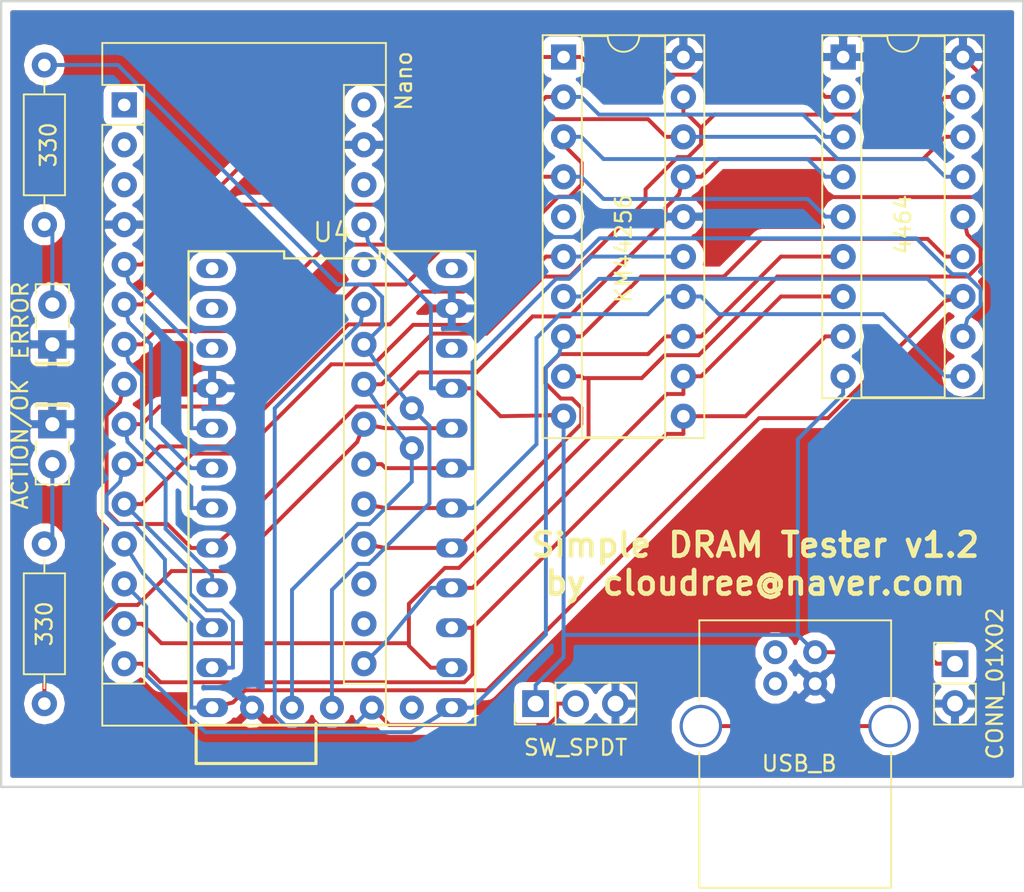
<source format=kicad_pcb>
(kicad_pcb (version 4) (host pcbnew 4.0.6)

  (general
    (links 77)
    (no_connects 0)
    (area 103.395 84.256999 169.007001 141.237001)
    (thickness 1.6)
    (drawings 8)
    (tracks 398)
    (zones 0)
    (modules 11)
    (nets 25)
  )

  (page A4)
  (layers
    (0 F.Cu signal)
    (31 B.Cu signal hide)
    (32 B.Adhes user)
    (33 F.Adhes user)
    (34 B.Paste user)
    (35 F.Paste user)
    (36 B.SilkS user)
    (37 F.SilkS user)
    (38 B.Mask user)
    (39 F.Mask user)
    (40 Dwgs.User user)
    (41 Cmts.User user)
    (42 Eco1.User user)
    (43 Eco2.User user)
    (44 Edge.Cuts user)
    (45 Margin user)
    (46 B.CrtYd user)
    (47 F.CrtYd user)
    (48 B.Fab user)
    (49 F.Fab user)
  )

  (setup
    (last_trace_width 0.25)
    (trace_clearance 0.2)
    (zone_clearance 0.508)
    (zone_45_only no)
    (trace_min 0.2)
    (segment_width 0.2)
    (edge_width 0.15)
    (via_size 0.6)
    (via_drill 0.4)
    (via_min_size 0.4)
    (via_min_drill 0.3)
    (uvia_size 0.3)
    (uvia_drill 0.1)
    (uvias_allowed no)
    (uvia_min_size 0.2)
    (uvia_min_drill 0.1)
    (pcb_text_width 0.3)
    (pcb_text_size 1.5 1.5)
    (mod_edge_width 0.15)
    (mod_text_size 1 1)
    (mod_text_width 0.15)
    (pad_size 1.524 1.524)
    (pad_drill 0.762)
    (pad_to_mask_clearance 0.2)
    (aux_axis_origin 0 0)
    (visible_elements 7FFFFFFF)
    (pcbplotparams
      (layerselection 0x010e0_80000001)
      (usegerberextensions false)
      (excludeedgelayer true)
      (linewidth 0.100000)
      (plotframeref false)
      (viasonmask false)
      (mode 1)
      (useauxorigin false)
      (hpglpennumber 1)
      (hpglpenspeed 20)
      (hpglpendiameter 15)
      (hpglpenoverlay 2)
      (psnegative false)
      (psa4output false)
      (plotreference true)
      (plotvalue true)
      (plotinvisibletext false)
      (padsonsilk false)
      (subtractmaskfromsilk false)
      (outputformat 1)
      (mirror false)
      (drillshape 0)
      (scaleselection 1)
      (outputdirectory Gerber/))
  )

  (net 0 "")
  (net 1 GND)
  (net 2 "Net-(D1-Pad2)")
  (net 3 "Net-(D2-Pad2)")
  (net 4 R-LED)
  (net 5 G-LED)
  (net 6 +5V)
  (net 7 SW)
  (net 8 A6)
  (net 9 A7)
  (net 10 D0)
  (net 11 A8)
  (net 12 D1)
  (net 13 D2)
  (net 14 D3)
  (net 15 CAS)
  (net 16 RAS)
  (net 17 WE)
  (net 18 A0)
  (net 19 A1)
  (net 20 A2)
  (net 21 A3)
  (net 22 A4)
  (net 23 A5)
  (net 24 "Net-(J2-Pad5)")

  (net_class Default "This is the default net class."
    (clearance 0.2)
    (trace_width 0.25)
    (via_dia 0.6)
    (via_drill 0.4)
    (uvia_dia 0.3)
    (uvia_drill 0.1)
    (add_net +5V)
    (add_net A0)
    (add_net A1)
    (add_net A2)
    (add_net A3)
    (add_net A4)
    (add_net A5)
    (add_net A6)
    (add_net A7)
    (add_net A8)
    (add_net CAS)
    (add_net D0)
    (add_net D1)
    (add_net D2)
    (add_net D3)
    (add_net G-LED)
    (add_net GND)
    (add_net "Net-(D1-Pad2)")
    (add_net "Net-(D2-Pad2)")
    (add_net "Net-(J2-Pad5)")
    (add_net R-LED)
    (add_net RAS)
    (add_net SW)
    (add_net WE)
  )

  (module Connectors:USB_B (layer F.Cu) (tedit 5C971AC5) (tstamp 5C9716FB)
    (at 155.702 125.762 270)
    (descr "USB B connector")
    (tags "USB_B USB_DEV")
    (path /5C971484)
    (fp_text reference J2 (at 5.81 1.27 360) (layer F.SilkS) hide
      (effects (font (size 1 1) (thickness 0.15)))
    )
    (fp_text value USB_B (at 7.08 1.016 360) (layer F.SilkS)
      (effects (font (size 1 1) (thickness 0.15)))
    )
    (fp_line (start 15.25 8.9) (end -2.3 8.9) (layer F.CrtYd) (width 0.05))
    (fp_line (start -2.3 8.9) (end -2.3 -6.35) (layer F.CrtYd) (width 0.05))
    (fp_line (start -2.3 -6.35) (end 15.25 -6.35) (layer F.CrtYd) (width 0.05))
    (fp_line (start 15.25 -6.35) (end 15.25 8.9) (layer F.CrtYd) (width 0.05))
    (fp_line (start 6.35 7.37) (end 14.99 7.37) (layer F.SilkS) (width 0.12))
    (fp_line (start -2.03 7.37) (end 3.05 7.37) (layer F.SilkS) (width 0.12))
    (fp_line (start 6.35 -4.83) (end 14.99 -4.83) (layer F.SilkS) (width 0.12))
    (fp_line (start -2.03 -4.83) (end 3.05 -4.83) (layer F.SilkS) (width 0.12))
    (fp_line (start 14.99 -4.83) (end 14.99 7.37) (layer F.SilkS) (width 0.12))
    (fp_line (start -2.03 7.37) (end -2.03 -4.83) (layer F.SilkS) (width 0.12))
    (pad 2 thru_hole circle (at 0 2.54 180) (size 1.52 1.52) (drill 0.81) (layers *.Cu *.Mask))
    (pad 1 thru_hole circle (at 0 0 180) (size 1.52 1.52) (drill 0.81) (layers *.Cu *.Mask)
      (net 6 +5V))
    (pad 4 thru_hole circle (at 2 0 180) (size 1.52 1.52) (drill 0.81) (layers *.Cu *.Mask)
      (net 1 GND))
    (pad 3 thru_hole circle (at 2 2.54 180) (size 1.52 1.52) (drill 0.81) (layers *.Cu *.Mask))
    (pad 5 thru_hole circle (at 4.7 7.27 180) (size 2.7 2.7) (drill 2.3) (layers *.Cu *.Mask)
      (net 24 "Net-(J2-Pad5)"))
    (pad 5 thru_hole circle (at 4.7 -4.73 180) (size 2.7 2.7) (drill 2.3) (layers *.Cu *.Mask)
      (net 24 "Net-(J2-Pad5)"))
    (model ${KISYS3DMOD}/Connectors.3dshapes/USB_B.wrl
      (at (xyz 0.18 -0.05 0))
      (scale (xyz 0.39 0.39 0.39))
      (rotate (xyz 0 0 -90))
    )
  )

  (module Modules:Arduino_Nano (layer F.Cu) (tedit 5CA5EBB7) (tstamp 5C924B02)
    (at 111.76 90.932)
    (descr "Arduino Nano, http://www.mouser.com/pdfdocs/Gravitech_Arduino_Nano3_0.pdf")
    (tags "Arduino Nano")
    (path /5C923C5E)
    (fp_text reference U1 (at 7.62 -5.08) (layer F.SilkS) hide
      (effects (font (size 1 1) (thickness 0.15)))
    )
    (fp_text value Nano (at 17.78 -1.524 270) (layer F.SilkS)
      (effects (font (size 1 1) (thickness 0.15)))
    )
    (fp_text user %R (at 7.62 -5.08 180) (layer F.Fab) hide
      (effects (font (size 1 1) (thickness 0.15)))
    )
    (fp_line (start 1.27 1.27) (end 1.27 -1.27) (layer F.SilkS) (width 0.12))
    (fp_line (start 1.27 -1.27) (end -1.4 -1.27) (layer F.SilkS) (width 0.12))
    (fp_line (start -1.4 1.27) (end -1.4 39.5) (layer F.SilkS) (width 0.12))
    (fp_line (start -1.4 -3.94) (end -1.4 -1.27) (layer F.SilkS) (width 0.12))
    (fp_line (start 13.97 -1.27) (end 16.64 -1.27) (layer F.SilkS) (width 0.12))
    (fp_line (start 13.97 -1.27) (end 13.97 36.83) (layer F.SilkS) (width 0.12))
    (fp_line (start 13.97 36.83) (end 16.64 36.83) (layer F.SilkS) (width 0.12))
    (fp_line (start 1.27 1.27) (end -1.4 1.27) (layer F.SilkS) (width 0.12))
    (fp_line (start 1.27 1.27) (end 1.27 36.83) (layer F.SilkS) (width 0.12))
    (fp_line (start 1.27 36.83) (end -1.4 36.83) (layer F.SilkS) (width 0.12))
    (fp_line (start 3.81 31.75) (end 11.43 31.75) (layer F.Fab) (width 0.1))
    (fp_line (start 11.43 31.75) (end 11.43 41.91) (layer F.Fab) (width 0.1))
    (fp_line (start 11.43 41.91) (end 3.81 41.91) (layer F.Fab) (width 0.1))
    (fp_line (start 3.81 41.91) (end 3.81 31.75) (layer F.Fab) (width 0.1))
    (fp_line (start -1.4 39.5) (end 16.64 39.5) (layer F.SilkS) (width 0.12))
    (fp_line (start 16.64 39.5) (end 16.64 -3.94) (layer F.SilkS) (width 0.12))
    (fp_line (start 16.64 -3.94) (end -1.4 -3.94) (layer F.SilkS) (width 0.12))
    (fp_line (start 16.51 39.37) (end -1.27 39.37) (layer F.Fab) (width 0.1))
    (fp_line (start -1.27 39.37) (end -1.27 -2.54) (layer F.Fab) (width 0.1))
    (fp_line (start -1.27 -2.54) (end 0 -3.81) (layer F.Fab) (width 0.1))
    (fp_line (start 0 -3.81) (end 16.51 -3.81) (layer F.Fab) (width 0.1))
    (fp_line (start 16.51 -3.81) (end 16.51 39.37) (layer F.Fab) (width 0.1))
    (fp_line (start -1.53 -4.06) (end 16.75 -4.06) (layer F.CrtYd) (width 0.05))
    (fp_line (start -1.53 -4.06) (end -1.53 42.16) (layer F.CrtYd) (width 0.05))
    (fp_line (start 16.75 42.16) (end 16.75 -4.06) (layer F.CrtYd) (width 0.05))
    (fp_line (start 16.75 42.16) (end -1.53 42.16) (layer F.CrtYd) (width 0.05))
    (pad 1 thru_hole rect (at 0 0) (size 1.6 1.6) (drill 0.8) (layers *.Cu *.Mask))
    (pad 17 thru_hole oval (at 15.24 33.02) (size 1.6 1.6) (drill 0.8) (layers *.Cu *.Mask))
    (pad 2 thru_hole oval (at 0 2.54) (size 1.6 1.6) (drill 0.8) (layers *.Cu *.Mask))
    (pad 18 thru_hole oval (at 15.24 30.48) (size 1.6 1.6) (drill 0.8) (layers *.Cu *.Mask))
    (pad 3 thru_hole oval (at 0 5.08) (size 1.6 1.6) (drill 0.8) (layers *.Cu *.Mask))
    (pad 19 thru_hole oval (at 15.24 27.94) (size 1.6 1.6) (drill 0.8) (layers *.Cu *.Mask)
      (net 8 A6))
    (pad 4 thru_hole oval (at 0 7.62) (size 1.6 1.6) (drill 0.8) (layers *.Cu *.Mask)
      (net 1 GND))
    (pad 20 thru_hole oval (at 15.24 25.4) (size 1.6 1.6) (drill 0.8) (layers *.Cu *.Mask)
      (net 9 A7))
    (pad 5 thru_hole oval (at 0 10.16) (size 1.6 1.6) (drill 0.8) (layers *.Cu *.Mask)
      (net 10 D0))
    (pad 21 thru_hole oval (at 15.24 22.86) (size 1.6 1.6) (drill 0.8) (layers *.Cu *.Mask)
      (net 11 A8))
    (pad 6 thru_hole oval (at 0 12.7) (size 1.6 1.6) (drill 0.8) (layers *.Cu *.Mask)
      (net 12 D1))
    (pad 22 thru_hole oval (at 15.24 20.32) (size 1.6 1.6) (drill 0.8) (layers *.Cu *.Mask)
      (net 5 G-LED))
    (pad 7 thru_hole oval (at 0 15.24) (size 1.6 1.6) (drill 0.8) (layers *.Cu *.Mask)
      (net 13 D2))
    (pad 23 thru_hole oval (at 15.24 17.78) (size 1.6 1.6) (drill 0.8) (layers *.Cu *.Mask)
      (net 14 D3))
    (pad 8 thru_hole oval (at 0 17.78) (size 1.6 1.6) (drill 0.8) (layers *.Cu *.Mask)
      (net 15 CAS))
    (pad 24 thru_hole oval (at 15.24 15.24) (size 1.6 1.6) (drill 0.8) (layers *.Cu *.Mask)
      (net 4 R-LED))
    (pad 9 thru_hole oval (at 0 20.32) (size 1.6 1.6) (drill 0.8) (layers *.Cu *.Mask)
      (net 16 RAS))
    (pad 25 thru_hole oval (at 15.24 12.7) (size 1.6 1.6) (drill 0.8) (layers *.Cu *.Mask)
      (net 7 SW))
    (pad 10 thru_hole oval (at 0 22.86) (size 1.6 1.6) (drill 0.8) (layers *.Cu *.Mask)
      (net 17 WE))
    (pad 26 thru_hole oval (at 15.24 10.16) (size 1.6 1.6) (drill 0.8) (layers *.Cu *.Mask))
    (pad 11 thru_hole oval (at 0 25.4) (size 1.6 1.6) (drill 0.8) (layers *.Cu *.Mask)
      (net 18 A0))
    (pad 27 thru_hole oval (at 15.24 7.62) (size 1.6 1.6) (drill 0.8) (layers *.Cu *.Mask)
      (net 6 +5V))
    (pad 12 thru_hole oval (at 0 27.94) (size 1.6 1.6) (drill 0.8) (layers *.Cu *.Mask)
      (net 19 A1))
    (pad 28 thru_hole oval (at 15.24 5.08) (size 1.6 1.6) (drill 0.8) (layers *.Cu *.Mask))
    (pad 13 thru_hole oval (at 0 30.48) (size 1.6 1.6) (drill 0.8) (layers *.Cu *.Mask)
      (net 20 A2))
    (pad 29 thru_hole oval (at 15.24 2.54) (size 1.6 1.6) (drill 0.8) (layers *.Cu *.Mask)
      (net 1 GND))
    (pad 14 thru_hole oval (at 0 33.02) (size 1.6 1.6) (drill 0.8) (layers *.Cu *.Mask)
      (net 21 A3))
    (pad 30 thru_hole oval (at 15.24 0) (size 1.6 1.6) (drill 0.8) (layers *.Cu *.Mask))
    (pad 15 thru_hole oval (at 0 35.56) (size 1.6 1.6) (drill 0.8) (layers *.Cu *.Mask)
      (net 22 A4))
    (pad 16 thru_hole oval (at 15.24 35.56) (size 1.6 1.6) (drill 0.8) (layers *.Cu *.Mask)
      (net 23 A5))
  )

  (module Housings_DIP:DIP-20_W7.62mm_Socket (layer F.Cu) (tedit 5CA5EBC4) (tstamp 5C924B30)
    (at 139.7 87.884)
    (descr "20-lead though-hole mounted DIP package, row spacing 7.62 mm (300 mils), Socket")
    (tags "THT DIP DIL PDIP 2.54mm 7.62mm 300mil Socket")
    (path /5C9245BD)
    (fp_text reference U3 (at 3.81 -2.33) (layer F.SilkS) hide
      (effects (font (size 1 1) (thickness 0.15)))
    )
    (fp_text value KM44256 (at 3.81 12.192 90) (layer F.SilkS)
      (effects (font (size 1 1) (thickness 0.15)))
    )
    (fp_arc (start 3.81 -1.33) (end 2.81 -1.33) (angle -180) (layer F.SilkS) (width 0.12))
    (fp_line (start 1.635 -1.27) (end 6.985 -1.27) (layer F.Fab) (width 0.1))
    (fp_line (start 6.985 -1.27) (end 6.985 24.13) (layer F.Fab) (width 0.1))
    (fp_line (start 6.985 24.13) (end 0.635 24.13) (layer F.Fab) (width 0.1))
    (fp_line (start 0.635 24.13) (end 0.635 -0.27) (layer F.Fab) (width 0.1))
    (fp_line (start 0.635 -0.27) (end 1.635 -1.27) (layer F.Fab) (width 0.1))
    (fp_line (start -1.27 -1.33) (end -1.27 24.19) (layer F.Fab) (width 0.1))
    (fp_line (start -1.27 24.19) (end 8.89 24.19) (layer F.Fab) (width 0.1))
    (fp_line (start 8.89 24.19) (end 8.89 -1.33) (layer F.Fab) (width 0.1))
    (fp_line (start 8.89 -1.33) (end -1.27 -1.33) (layer F.Fab) (width 0.1))
    (fp_line (start 2.81 -1.33) (end 1.16 -1.33) (layer F.SilkS) (width 0.12))
    (fp_line (start 1.16 -1.33) (end 1.16 24.19) (layer F.SilkS) (width 0.12))
    (fp_line (start 1.16 24.19) (end 6.46 24.19) (layer F.SilkS) (width 0.12))
    (fp_line (start 6.46 24.19) (end 6.46 -1.33) (layer F.SilkS) (width 0.12))
    (fp_line (start 6.46 -1.33) (end 4.81 -1.33) (layer F.SilkS) (width 0.12))
    (fp_line (start -1.33 -1.39) (end -1.33 24.25) (layer F.SilkS) (width 0.12))
    (fp_line (start -1.33 24.25) (end 8.95 24.25) (layer F.SilkS) (width 0.12))
    (fp_line (start 8.95 24.25) (end 8.95 -1.39) (layer F.SilkS) (width 0.12))
    (fp_line (start 8.95 -1.39) (end -1.33 -1.39) (layer F.SilkS) (width 0.12))
    (fp_line (start -1.55 -1.6) (end -1.55 24.45) (layer F.CrtYd) (width 0.05))
    (fp_line (start -1.55 24.45) (end 9.15 24.45) (layer F.CrtYd) (width 0.05))
    (fp_line (start 9.15 24.45) (end 9.15 -1.6) (layer F.CrtYd) (width 0.05))
    (fp_line (start 9.15 -1.6) (end -1.55 -1.6) (layer F.CrtYd) (width 0.05))
    (fp_text user %R (at 3.81 11.43) (layer F.Fab) hide
      (effects (font (size 1 1) (thickness 0.15)))
    )
    (pad 1 thru_hole rect (at 0 0) (size 1.6 1.6) (drill 0.8) (layers *.Cu *.Mask)
      (net 10 D0))
    (pad 11 thru_hole oval (at 7.62 22.86) (size 1.6 1.6) (drill 0.8) (layers *.Cu *.Mask)
      (net 22 A4))
    (pad 2 thru_hole oval (at 0 2.54) (size 1.6 1.6) (drill 0.8) (layers *.Cu *.Mask)
      (net 12 D1))
    (pad 12 thru_hole oval (at 7.62 20.32) (size 1.6 1.6) (drill 0.8) (layers *.Cu *.Mask)
      (net 23 A5))
    (pad 3 thru_hole oval (at 0 5.08) (size 1.6 1.6) (drill 0.8) (layers *.Cu *.Mask)
      (net 17 WE))
    (pad 13 thru_hole oval (at 7.62 17.78) (size 1.6 1.6) (drill 0.8) (layers *.Cu *.Mask)
      (net 8 A6))
    (pad 4 thru_hole oval (at 0 7.62) (size 1.6 1.6) (drill 0.8) (layers *.Cu *.Mask)
      (net 16 RAS))
    (pad 14 thru_hole oval (at 7.62 15.24) (size 1.6 1.6) (drill 0.8) (layers *.Cu *.Mask)
      (net 9 A7))
    (pad 5 thru_hole oval (at 0 10.16) (size 1.6 1.6) (drill 0.8) (layers *.Cu *.Mask))
    (pad 15 thru_hole oval (at 7.62 12.7) (size 1.6 1.6) (drill 0.8) (layers *.Cu *.Mask)
      (net 11 A8))
    (pad 6 thru_hole oval (at 0 12.7) (size 1.6 1.6) (drill 0.8) (layers *.Cu *.Mask)
      (net 18 A0))
    (pad 16 thru_hole oval (at 7.62 10.16) (size 1.6 1.6) (drill 0.8) (layers *.Cu *.Mask)
      (net 1 GND))
    (pad 7 thru_hole oval (at 0 15.24) (size 1.6 1.6) (drill 0.8) (layers *.Cu *.Mask)
      (net 19 A1))
    (pad 17 thru_hole oval (at 7.62 7.62) (size 1.6 1.6) (drill 0.8) (layers *.Cu *.Mask)
      (net 15 CAS))
    (pad 8 thru_hole oval (at 0 17.78) (size 1.6 1.6) (drill 0.8) (layers *.Cu *.Mask)
      (net 20 A2))
    (pad 18 thru_hole oval (at 7.62 5.08) (size 1.6 1.6) (drill 0.8) (layers *.Cu *.Mask)
      (net 13 D2))
    (pad 9 thru_hole oval (at 0 20.32) (size 1.6 1.6) (drill 0.8) (layers *.Cu *.Mask)
      (net 21 A3))
    (pad 19 thru_hole oval (at 7.62 2.54) (size 1.6 1.6) (drill 0.8) (layers *.Cu *.Mask)
      (net 14 D3))
    (pad 10 thru_hole oval (at 0 22.86) (size 1.6 1.6) (drill 0.8) (layers *.Cu *.Mask)
      (net 6 +5V))
    (pad 20 thru_hole oval (at 7.62 0) (size 1.6 1.6) (drill 0.8) (layers *.Cu *.Mask)
      (net 1 GND))
    (model ${KISYS3DMOD}/Housings_DIP.3dshapes/DIP-20_W7.62mm_Socket.wrl
      (at (xyz 0 0 0))
      (scale (xyz 1 1 1))
      (rotate (xyz 0 0 0))
    )
  )

  (module LEDs:LED_Rectangular_W5.0mm_H2.0mm (layer F.Cu) (tedit 5CA5F21D) (tstamp 5C924AC7)
    (at 107.188 106.172 90)
    (descr "LED_Rectangular, Rectangular,  Rectangular size 5.0x2.0mm^2, 2 pins, http://www.kingbright.com/attachments/file/psearch/000/00/00/L-169XCGDK(Ver.9B).pdf")
    (tags "LED_Rectangular Rectangular  Rectangular size 5.0x2.0mm^2 2 pins")
    (path /5C924A99)
    (fp_text reference D1 (at 1.524 2.032 90) (layer F.SilkS) hide
      (effects (font (size 1 1) (thickness 0.15)))
    )
    (fp_text value ERROR (at 1.524 -2.032 90) (layer F.SilkS)
      (effects (font (size 1 1) (thickness 0.15)))
    )
    (fp_line (start -1.23 -1) (end -1.23 1) (layer F.Fab) (width 0.1))
    (fp_line (start -1.23 1) (end 3.77 1) (layer F.Fab) (width 0.1))
    (fp_line (start 3.77 1) (end 3.77 -1) (layer F.Fab) (width 0.1))
    (fp_line (start 3.77 -1) (end -1.23 -1) (layer F.Fab) (width 0.1))
    (fp_line (start -1.29 -1.06) (end -1.08 -1.06) (layer F.SilkS) (width 0.12))
    (fp_line (start 1.08 -1.06) (end 1.811 -1.06) (layer F.SilkS) (width 0.12))
    (fp_line (start 3.27 -1.06) (end 3.83 -1.06) (layer F.SilkS) (width 0.12))
    (fp_line (start -1.29 1.06) (end -1.08 1.06) (layer F.SilkS) (width 0.12))
    (fp_line (start 1.08 1.06) (end 1.811 1.06) (layer F.SilkS) (width 0.12))
    (fp_line (start 3.27 1.06) (end 3.83 1.06) (layer F.SilkS) (width 0.12))
    (fp_line (start -1.29 -1.06) (end -1.29 1.06) (layer F.SilkS) (width 0.12))
    (fp_line (start 3.83 -1.06) (end 3.83 1.06) (layer F.SilkS) (width 0.12))
    (fp_line (start -1.17 -1.06) (end -1.17 1.06) (layer F.SilkS) (width 0.12))
    (fp_line (start -1.55 -1.35) (end -1.55 1.35) (layer F.CrtYd) (width 0.05))
    (fp_line (start -1.55 1.35) (end 4.1 1.35) (layer F.CrtYd) (width 0.05))
    (fp_line (start 4.1 1.35) (end 4.1 -1.35) (layer F.CrtYd) (width 0.05))
    (fp_line (start 4.1 -1.35) (end -1.55 -1.35) (layer F.CrtYd) (width 0.05))
    (pad 1 thru_hole rect (at 0 0 90) (size 1.8 1.8) (drill 0.9) (layers *.Cu *.Mask)
      (net 1 GND))
    (pad 2 thru_hole circle (at 2.54 0 90) (size 1.8 1.8) (drill 0.9) (layers *.Cu *.Mask)
      (net 2 "Net-(D1-Pad2)"))
    (model ${KISYS3DMOD}/LEDs.3dshapes/LED_Rectangular_W5.0mm_H2.0mm.wrl
      (at (xyz 0 0 0))
      (scale (xyz 0.393701 0.393701 0.393701))
      (rotate (xyz 0 0 0))
    )
  )

  (module Resistors_THT:R_Axial_DIN0207_L6.3mm_D2.5mm_P10.16mm_Horizontal (layer F.Cu) (tedit 5C924DB3) (tstamp 5C924AD3)
    (at 106.68 98.552 90)
    (descr "Resistor, Axial_DIN0207 series, Axial, Horizontal, pin pitch=10.16mm, 0.25W = 1/4W, length*diameter=6.3*2.5mm^2, http://cdn-reichelt.de/documents/datenblatt/B400/1_4W%23YAG.pdf")
    (tags "Resistor Axial_DIN0207 series Axial Horizontal pin pitch 10.16mm 0.25W = 1/4W length 6.3mm diameter 2.5mm")
    (path /5C924A23)
    (fp_text reference R1 (at 5.08 -2.31 90) (layer F.SilkS) hide
      (effects (font (size 1 1) (thickness 0.15)))
    )
    (fp_text value 330 (at 5.08 0.254 90) (layer F.SilkS)
      (effects (font (size 1 1) (thickness 0.15)))
    )
    (fp_line (start 1.93 -1.25) (end 1.93 1.25) (layer F.Fab) (width 0.1))
    (fp_line (start 1.93 1.25) (end 8.23 1.25) (layer F.Fab) (width 0.1))
    (fp_line (start 8.23 1.25) (end 8.23 -1.25) (layer F.Fab) (width 0.1))
    (fp_line (start 8.23 -1.25) (end 1.93 -1.25) (layer F.Fab) (width 0.1))
    (fp_line (start 0 0) (end 1.93 0) (layer F.Fab) (width 0.1))
    (fp_line (start 10.16 0) (end 8.23 0) (layer F.Fab) (width 0.1))
    (fp_line (start 1.87 -1.31) (end 1.87 1.31) (layer F.SilkS) (width 0.12))
    (fp_line (start 1.87 1.31) (end 8.29 1.31) (layer F.SilkS) (width 0.12))
    (fp_line (start 8.29 1.31) (end 8.29 -1.31) (layer F.SilkS) (width 0.12))
    (fp_line (start 8.29 -1.31) (end 1.87 -1.31) (layer F.SilkS) (width 0.12))
    (fp_line (start 0.98 0) (end 1.87 0) (layer F.SilkS) (width 0.12))
    (fp_line (start 9.18 0) (end 8.29 0) (layer F.SilkS) (width 0.12))
    (fp_line (start -1.05 -1.6) (end -1.05 1.6) (layer F.CrtYd) (width 0.05))
    (fp_line (start -1.05 1.6) (end 11.25 1.6) (layer F.CrtYd) (width 0.05))
    (fp_line (start 11.25 1.6) (end 11.25 -1.6) (layer F.CrtYd) (width 0.05))
    (fp_line (start 11.25 -1.6) (end -1.05 -1.6) (layer F.CrtYd) (width 0.05))
    (pad 1 thru_hole circle (at 0 0 90) (size 1.6 1.6) (drill 0.8) (layers *.Cu *.Mask)
      (net 2 "Net-(D1-Pad2)"))
    (pad 2 thru_hole oval (at 10.16 0 90) (size 1.6 1.6) (drill 0.8) (layers *.Cu *.Mask)
      (net 4 R-LED))
    (model ${KISYS3DMOD}/Resistors_THT.3dshapes/R_Axial_DIN0207_L6.3mm_D2.5mm_P10.16mm_Horizontal.wrl
      (at (xyz 0 0 0))
      (scale (xyz 0.393701 0.393701 0.393701))
      (rotate (xyz 0 0 0))
    )
  )

  (module Resistors_THT:R_Axial_DIN0207_L6.3mm_D2.5mm_P10.16mm_Horizontal (layer F.Cu) (tedit 5C924DF2) (tstamp 5C924AD9)
    (at 106.68 118.872 270)
    (descr "Resistor, Axial_DIN0207 series, Axial, Horizontal, pin pitch=10.16mm, 0.25W = 1/4W, length*diameter=6.3*2.5mm^2, http://cdn-reichelt.de/documents/datenblatt/B400/1_4W%23YAG.pdf")
    (tags "Resistor Axial_DIN0207 series Axial Horizontal pin pitch 10.16mm 0.25W = 1/4W length 6.3mm diameter 2.5mm")
    (path /5C924A48)
    (fp_text reference R2 (at 5.08 -2.31 270) (layer F.SilkS) hide
      (effects (font (size 1 1) (thickness 0.15)))
    )
    (fp_text value 330 (at 5.08 0 270) (layer F.SilkS)
      (effects (font (size 1 1) (thickness 0.15)))
    )
    (fp_line (start 1.93 -1.25) (end 1.93 1.25) (layer F.Fab) (width 0.1))
    (fp_line (start 1.93 1.25) (end 8.23 1.25) (layer F.Fab) (width 0.1))
    (fp_line (start 8.23 1.25) (end 8.23 -1.25) (layer F.Fab) (width 0.1))
    (fp_line (start 8.23 -1.25) (end 1.93 -1.25) (layer F.Fab) (width 0.1))
    (fp_line (start 0 0) (end 1.93 0) (layer F.Fab) (width 0.1))
    (fp_line (start 10.16 0) (end 8.23 0) (layer F.Fab) (width 0.1))
    (fp_line (start 1.87 -1.31) (end 1.87 1.31) (layer F.SilkS) (width 0.12))
    (fp_line (start 1.87 1.31) (end 8.29 1.31) (layer F.SilkS) (width 0.12))
    (fp_line (start 8.29 1.31) (end 8.29 -1.31) (layer F.SilkS) (width 0.12))
    (fp_line (start 8.29 -1.31) (end 1.87 -1.31) (layer F.SilkS) (width 0.12))
    (fp_line (start 0.98 0) (end 1.87 0) (layer F.SilkS) (width 0.12))
    (fp_line (start 9.18 0) (end 8.29 0) (layer F.SilkS) (width 0.12))
    (fp_line (start -1.05 -1.6) (end -1.05 1.6) (layer F.CrtYd) (width 0.05))
    (fp_line (start -1.05 1.6) (end 11.25 1.6) (layer F.CrtYd) (width 0.05))
    (fp_line (start 11.25 1.6) (end 11.25 -1.6) (layer F.CrtYd) (width 0.05))
    (fp_line (start 11.25 -1.6) (end -1.05 -1.6) (layer F.CrtYd) (width 0.05))
    (pad 1 thru_hole circle (at 0 0 270) (size 1.6 1.6) (drill 0.8) (layers *.Cu *.Mask)
      (net 3 "Net-(D2-Pad2)"))
    (pad 2 thru_hole oval (at 10.16 0 270) (size 1.6 1.6) (drill 0.8) (layers *.Cu *.Mask)
      (net 5 G-LED))
    (model ${KISYS3DMOD}/Resistors_THT.3dshapes/R_Axial_DIN0207_L6.3mm_D2.5mm_P10.16mm_Horizontal.wrl
      (at (xyz 0 0 0))
      (scale (xyz 0.393701 0.393701 0.393701))
      (rotate (xyz 0 0 0))
    )
  )

  (module Socket_Strips:Socket_Strip_Straight_1x03_Pitch2.54mm (layer F.Cu) (tedit 5C9717DC) (tstamp 5C924AE0)
    (at 137.922 129.032 90)
    (descr "Through hole straight socket strip, 1x03, 2.54mm pitch, single row")
    (tags "Through hole socket strip THT 1x03 2.54mm single row")
    (path /5C923E04)
    (fp_text reference SW1 (at 0 -2.33 90) (layer F.SilkS) hide
      (effects (font (size 1 1) (thickness 0.15)))
    )
    (fp_text value SW_SPDT (at -2.794 2.54 180) (layer F.SilkS)
      (effects (font (size 1 1) (thickness 0.15)))
    )
    (fp_line (start -1.27 -1.27) (end -1.27 6.35) (layer F.Fab) (width 0.1))
    (fp_line (start -1.27 6.35) (end 1.27 6.35) (layer F.Fab) (width 0.1))
    (fp_line (start 1.27 6.35) (end 1.27 -1.27) (layer F.Fab) (width 0.1))
    (fp_line (start 1.27 -1.27) (end -1.27 -1.27) (layer F.Fab) (width 0.1))
    (fp_line (start -1.33 1.27) (end -1.33 6.41) (layer F.SilkS) (width 0.12))
    (fp_line (start -1.33 6.41) (end 1.33 6.41) (layer F.SilkS) (width 0.12))
    (fp_line (start 1.33 6.41) (end 1.33 1.27) (layer F.SilkS) (width 0.12))
    (fp_line (start 1.33 1.27) (end -1.33 1.27) (layer F.SilkS) (width 0.12))
    (fp_line (start -1.33 0) (end -1.33 -1.33) (layer F.SilkS) (width 0.12))
    (fp_line (start -1.33 -1.33) (end 0 -1.33) (layer F.SilkS) (width 0.12))
    (fp_line (start -1.8 -1.8) (end -1.8 6.85) (layer F.CrtYd) (width 0.05))
    (fp_line (start -1.8 6.85) (end 1.8 6.85) (layer F.CrtYd) (width 0.05))
    (fp_line (start 1.8 6.85) (end 1.8 -1.8) (layer F.CrtYd) (width 0.05))
    (fp_line (start 1.8 -1.8) (end -1.8 -1.8) (layer F.CrtYd) (width 0.05))
    (fp_text user %R (at 0 -2.33 90) (layer F.Fab) hide
      (effects (font (size 1 1) (thickness 0.15)))
    )
    (pad 1 thru_hole rect (at 0 0 90) (size 1.7 1.7) (drill 1) (layers *.Cu *.Mask)
      (net 6 +5V))
    (pad 2 thru_hole oval (at 0 2.54 90) (size 1.7 1.7) (drill 1) (layers *.Cu *.Mask)
      (net 7 SW))
    (pad 3 thru_hole oval (at 0 5.08 90) (size 1.7 1.7) (drill 1) (layers *.Cu *.Mask)
      (net 1 GND))
    (model ${KISYS3DMOD}/Socket_Strips.3dshapes/Socket_Strip_Straight_1x03_Pitch2.54mm.wrl
      (at (xyz 0 -0.1 0))
      (scale (xyz 1 1 1))
      (rotate (xyz 0 0 270))
    )
  )

  (module Housings_DIP:DIP-18_W7.62mm_Socket (layer F.Cu) (tedit 5C924DA2) (tstamp 5C924B18)
    (at 157.48 87.884)
    (descr "18-lead though-hole mounted DIP package, row spacing 7.62 mm (300 mils), Socket")
    (tags "THT DIP DIL PDIP 2.54mm 7.62mm 300mil Socket")
    (path /5C923EF9)
    (fp_text reference U2 (at 3.81 -2.33) (layer F.SilkS) hide
      (effects (font (size 1 1) (thickness 0.15)))
    )
    (fp_text value 4464 (at 3.81 10.668 90) (layer F.SilkS)
      (effects (font (size 1 1) (thickness 0.15)))
    )
    (fp_arc (start 3.81 -1.33) (end 2.81 -1.33) (angle -180) (layer F.SilkS) (width 0.12))
    (fp_line (start 1.635 -1.27) (end 6.985 -1.27) (layer F.Fab) (width 0.1))
    (fp_line (start 6.985 -1.27) (end 6.985 21.59) (layer F.Fab) (width 0.1))
    (fp_line (start 6.985 21.59) (end 0.635 21.59) (layer F.Fab) (width 0.1))
    (fp_line (start 0.635 21.59) (end 0.635 -0.27) (layer F.Fab) (width 0.1))
    (fp_line (start 0.635 -0.27) (end 1.635 -1.27) (layer F.Fab) (width 0.1))
    (fp_line (start -1.27 -1.33) (end -1.27 21.65) (layer F.Fab) (width 0.1))
    (fp_line (start -1.27 21.65) (end 8.89 21.65) (layer F.Fab) (width 0.1))
    (fp_line (start 8.89 21.65) (end 8.89 -1.33) (layer F.Fab) (width 0.1))
    (fp_line (start 8.89 -1.33) (end -1.27 -1.33) (layer F.Fab) (width 0.1))
    (fp_line (start 2.81 -1.33) (end 1.16 -1.33) (layer F.SilkS) (width 0.12))
    (fp_line (start 1.16 -1.33) (end 1.16 21.65) (layer F.SilkS) (width 0.12))
    (fp_line (start 1.16 21.65) (end 6.46 21.65) (layer F.SilkS) (width 0.12))
    (fp_line (start 6.46 21.65) (end 6.46 -1.33) (layer F.SilkS) (width 0.12))
    (fp_line (start 6.46 -1.33) (end 4.81 -1.33) (layer F.SilkS) (width 0.12))
    (fp_line (start -1.33 -1.39) (end -1.33 21.71) (layer F.SilkS) (width 0.12))
    (fp_line (start -1.33 21.71) (end 8.95 21.71) (layer F.SilkS) (width 0.12))
    (fp_line (start 8.95 21.71) (end 8.95 -1.39) (layer F.SilkS) (width 0.12))
    (fp_line (start 8.95 -1.39) (end -1.33 -1.39) (layer F.SilkS) (width 0.12))
    (fp_line (start -1.55 -1.6) (end -1.55 21.9) (layer F.CrtYd) (width 0.05))
    (fp_line (start -1.55 21.9) (end 9.15 21.9) (layer F.CrtYd) (width 0.05))
    (fp_line (start 9.15 21.9) (end 9.15 -1.6) (layer F.CrtYd) (width 0.05))
    (fp_line (start 9.15 -1.6) (end -1.55 -1.6) (layer F.CrtYd) (width 0.05))
    (fp_text user %R (at 3.81 10.16) (layer F.Fab) hide
      (effects (font (size 1 1) (thickness 0.15)))
    )
    (pad 1 thru_hole rect (at 0 0) (size 1.6 1.6) (drill 0.8) (layers *.Cu *.Mask)
      (net 1 GND))
    (pad 10 thru_hole oval (at 7.62 20.32) (size 1.6 1.6) (drill 0.8) (layers *.Cu *.Mask)
      (net 9 A7))
    (pad 2 thru_hole oval (at 0 2.54) (size 1.6 1.6) (drill 0.8) (layers *.Cu *.Mask)
      (net 10 D0))
    (pad 11 thru_hole oval (at 7.62 17.78) (size 1.6 1.6) (drill 0.8) (layers *.Cu *.Mask)
      (net 18 A0))
    (pad 3 thru_hole oval (at 0 5.08) (size 1.6 1.6) (drill 0.8) (layers *.Cu *.Mask)
      (net 12 D1))
    (pad 12 thru_hole oval (at 7.62 15.24) (size 1.6 1.6) (drill 0.8) (layers *.Cu *.Mask)
      (net 19 A1))
    (pad 4 thru_hole oval (at 0 7.62) (size 1.6 1.6) (drill 0.8) (layers *.Cu *.Mask)
      (net 17 WE))
    (pad 13 thru_hole oval (at 7.62 12.7) (size 1.6 1.6) (drill 0.8) (layers *.Cu *.Mask)
      (net 20 A2))
    (pad 5 thru_hole oval (at 0 10.16) (size 1.6 1.6) (drill 0.8) (layers *.Cu *.Mask)
      (net 16 RAS))
    (pad 14 thru_hole oval (at 7.62 10.16) (size 1.6 1.6) (drill 0.8) (layers *.Cu *.Mask)
      (net 21 A3))
    (pad 6 thru_hole oval (at 0 12.7) (size 1.6 1.6) (drill 0.8) (layers *.Cu *.Mask)
      (net 8 A6))
    (pad 15 thru_hole oval (at 7.62 7.62) (size 1.6 1.6) (drill 0.8) (layers *.Cu *.Mask)
      (net 13 D2))
    (pad 7 thru_hole oval (at 0 15.24) (size 1.6 1.6) (drill 0.8) (layers *.Cu *.Mask)
      (net 23 A5))
    (pad 16 thru_hole oval (at 7.62 5.08) (size 1.6 1.6) (drill 0.8) (layers *.Cu *.Mask)
      (net 15 CAS))
    (pad 8 thru_hole oval (at 0 17.78) (size 1.6 1.6) (drill 0.8) (layers *.Cu *.Mask)
      (net 22 A4))
    (pad 17 thru_hole oval (at 7.62 2.54) (size 1.6 1.6) (drill 0.8) (layers *.Cu *.Mask)
      (net 14 D3))
    (pad 9 thru_hole oval (at 0 20.32) (size 1.6 1.6) (drill 0.8) (layers *.Cu *.Mask)
      (net 6 +5V))
    (pad 18 thru_hole oval (at 7.62 0) (size 1.6 1.6) (drill 0.8) (layers *.Cu *.Mask)
      (net 1 GND))
    (model ${KISYS3DMOD}/Housings_DIP.3dshapes/DIP-18_W7.62mm_Socket.wrl
      (at (xyz 0 0 0))
      (scale (xyz 1 1 1))
      (rotate (xyz 0 0 0))
    )
  )

  (module LEDs:LED_Rectangular_W5.0mm_H2.0mm (layer F.Cu) (tedit 5CA5F217) (tstamp 5C9716EB)
    (at 107.188 111.252 270)
    (descr "LED_Rectangular, Rectangular,  Rectangular size 5.0x2.0mm^2, 2 pins, http://www.kingbright.com/attachments/file/psearch/000/00/00/L-169XCGDK(Ver.9B).pdf")
    (tags "LED_Rectangular Rectangular  Rectangular size 5.0x2.0mm^2 2 pins")
    (path /5C924AFC)
    (fp_text reference D2 (at 1.27 -2.06 270) (layer F.SilkS) hide
      (effects (font (size 1 1) (thickness 0.15)))
    )
    (fp_text value ACTION/OK (at 1.27 2.06 270) (layer F.SilkS)
      (effects (font (size 1 1) (thickness 0.15)))
    )
    (fp_line (start -1.23 -1) (end -1.23 1) (layer F.Fab) (width 0.1))
    (fp_line (start -1.23 1) (end 3.77 1) (layer F.Fab) (width 0.1))
    (fp_line (start 3.77 1) (end 3.77 -1) (layer F.Fab) (width 0.1))
    (fp_line (start 3.77 -1) (end -1.23 -1) (layer F.Fab) (width 0.1))
    (fp_line (start -1.29 -1.06) (end -1.08 -1.06) (layer F.SilkS) (width 0.12))
    (fp_line (start 1.08 -1.06) (end 1.811 -1.06) (layer F.SilkS) (width 0.12))
    (fp_line (start 3.27 -1.06) (end 3.83 -1.06) (layer F.SilkS) (width 0.12))
    (fp_line (start -1.29 1.06) (end -1.08 1.06) (layer F.SilkS) (width 0.12))
    (fp_line (start 1.08 1.06) (end 1.811 1.06) (layer F.SilkS) (width 0.12))
    (fp_line (start 3.27 1.06) (end 3.83 1.06) (layer F.SilkS) (width 0.12))
    (fp_line (start -1.29 -1.06) (end -1.29 1.06) (layer F.SilkS) (width 0.12))
    (fp_line (start 3.83 -1.06) (end 3.83 1.06) (layer F.SilkS) (width 0.12))
    (fp_line (start -1.17 -1.06) (end -1.17 1.06) (layer F.SilkS) (width 0.12))
    (fp_line (start -1.55 -1.35) (end -1.55 1.35) (layer F.CrtYd) (width 0.05))
    (fp_line (start -1.55 1.35) (end 4.1 1.35) (layer F.CrtYd) (width 0.05))
    (fp_line (start 4.1 1.35) (end 4.1 -1.35) (layer F.CrtYd) (width 0.05))
    (fp_line (start 4.1 -1.35) (end -1.55 -1.35) (layer F.CrtYd) (width 0.05))
    (pad 1 thru_hole rect (at 0 0 270) (size 1.8 1.8) (drill 0.9) (layers *.Cu *.Mask)
      (net 1 GND))
    (pad 2 thru_hole circle (at 2.54 0 270) (size 1.8 1.8) (drill 0.9) (layers *.Cu *.Mask)
      (net 3 "Net-(D2-Pad2)"))
    (model ${KISYS3DMOD}/LEDs.3dshapes/LED_Rectangular_W5.0mm_H2.0mm.wrl
      (at (xyz 0 0 0))
      (scale (xyz 0.393701 0.393701 0.393701))
      (rotate (xyz 0 0 0))
    )
  )

  (module Pin_Headers:Pin_Header_Straight_1x02_Pitch2.54mm (layer F.Cu) (tedit 5C9717F4) (tstamp 5C9716F1)
    (at 164.592 126.492)
    (descr "Through hole straight pin header, 1x02, 2.54mm pitch, single row")
    (tags "Through hole pin header THT 1x02 2.54mm single row")
    (path /5C9713E7)
    (fp_text reference J1 (at 0 -2.54) (layer F.SilkS) hide
      (effects (font (size 1 1) (thickness 0.15)))
    )
    (fp_text value CONN_01X02 (at 2.54 1.27 90) (layer F.SilkS)
      (effects (font (size 1 1) (thickness 0.15)))
    )
    (fp_line (start -0.635 -1.27) (end 1.27 -1.27) (layer F.Fab) (width 0.1))
    (fp_line (start 1.27 -1.27) (end 1.27 3.81) (layer F.Fab) (width 0.1))
    (fp_line (start 1.27 3.81) (end -1.27 3.81) (layer F.Fab) (width 0.1))
    (fp_line (start -1.27 3.81) (end -1.27 -0.635) (layer F.Fab) (width 0.1))
    (fp_line (start -1.27 -0.635) (end -0.635 -1.27) (layer F.Fab) (width 0.1))
    (fp_line (start -1.33 3.87) (end 1.33 3.87) (layer F.SilkS) (width 0.12))
    (fp_line (start -1.33 1.27) (end -1.33 3.87) (layer F.SilkS) (width 0.12))
    (fp_line (start 1.33 1.27) (end 1.33 3.87) (layer F.SilkS) (width 0.12))
    (fp_line (start -1.33 1.27) (end 1.33 1.27) (layer F.SilkS) (width 0.12))
    (fp_line (start -1.33 0) (end -1.33 -1.33) (layer F.SilkS) (width 0.12))
    (fp_line (start -1.33 -1.33) (end 0 -1.33) (layer F.SilkS) (width 0.12))
    (fp_line (start -1.8 -1.8) (end -1.8 4.35) (layer F.CrtYd) (width 0.05))
    (fp_line (start -1.8 4.35) (end 1.8 4.35) (layer F.CrtYd) (width 0.05))
    (fp_line (start 1.8 4.35) (end 1.8 -1.8) (layer F.CrtYd) (width 0.05))
    (fp_line (start 1.8 -1.8) (end -1.8 -1.8) (layer F.CrtYd) (width 0.05))
    (fp_text user %R (at 0 -2.54) (layer F.Fab) hide
      (effects (font (size 1 1) (thickness 0.15)))
    )
    (pad 1 thru_hole rect (at 0 0) (size 1.7 1.7) (drill 1) (layers *.Cu *.Mask)
      (net 6 +5V))
    (pad 2 thru_hole oval (at 0 2.54) (size 1.7 1.7) (drill 1) (layers *.Cu *.Mask)
      (net 1 GND))
    (model ${KISYS3DMOD}/Pin_Headers.3dshapes/Pin_Header_Straight_1x02_Pitch2.54mm.wrl
      (at (xyz 0 0 0))
      (scale (xyz 1 1 1))
      (rotate (xyz 0 0 0))
    )
  )

  (module Library:Arduino_Pro_Mini (layer F.Cu) (tedit 5CA5EE94) (tstamp 5CA5F6D5)
    (at 124.968 115.316 270)
    (path /5CA5F938)
    (fp_text reference U4 (at -16.27 0 360) (layer F.SilkS)
      (effects (font (size 1.2 1.2) (thickness 0.15)))
    )
    (fp_text value ProMini (at 0 0 270) (layer F.Fab)
      (effects (font (size 1.2 1.2) (thickness 0.15)))
    )
    (fp_line (start -15.07 9.12) (end 15.07 9.12) (layer F.SilkS) (width 0.15))
    (fp_line (start 15.07 9.12) (end 15.07 -9.12) (layer F.SilkS) (width 0.15))
    (fp_line (start 15.07 -9.12) (end -15.07 -9.12) (layer F.SilkS) (width 0.15))
    (fp_line (start -15.07 -9.12) (end -15.07 -3.04) (layer F.SilkS) (width 0.15))
    (fp_line (start -15.07 -3.04) (end -14.62 -3.04) (layer F.SilkS) (width 0.15))
    (fp_line (start -14.62 -3.04) (end -14.62 3.039999) (layer F.SilkS) (width 0.15))
    (fp_line (start -14.62 3.039999) (end -15.07 3.039999) (layer F.SilkS) (width 0.15))
    (fp_line (start -15.07 3.039999) (end -15.07 9.12) (layer F.SilkS) (width 0.15))
    (pad 24 thru_hole oval (at -13.97 -7.62 270) (size 1.2 2) (drill 0.8) (layers *.Cu *.Mask))
    (pad 1 thru_hole oval (at -13.97 7.62 270) (size 1.2 2) (drill 0.8) (layers *.Cu *.Mask))
    (pad 23 thru_hole oval (at -11.43 -7.62 270) (size 1.2 2) (drill 0.8) (layers *.Cu *.Mask)
      (net 1 GND))
    (pad 2 thru_hole oval (at -11.43 7.62 270) (size 1.2 2) (drill 0.8) (layers *.Cu *.Mask))
    (pad 22 thru_hole oval (at -8.89 -7.62 270) (size 1.2 2) (drill 0.8) (layers *.Cu *.Mask))
    (pad 3 thru_hole oval (at -8.89 7.62 270) (size 1.2 2) (drill 0.8) (layers *.Cu *.Mask))
    (pad 21 thru_hole oval (at -6.35 -7.62 270) (size 1.2 2) (drill 0.8) (layers *.Cu *.Mask)
      (net 6 +5V))
    (pad 4 thru_hole oval (at -6.35 7.62 270) (size 1.2 2) (drill 0.8) (layers *.Cu *.Mask)
      (net 1 GND))
    (pad 20 thru_hole oval (at -3.81 -7.62 270) (size 1.2 2) (drill 0.8) (layers *.Cu *.Mask)
      (net 5 G-LED))
    (pad 5 thru_hole oval (at -3.81 7.62 270) (size 1.2 2) (drill 0.8) (layers *.Cu *.Mask)
      (net 10 D0))
    (pad 19 thru_hole oval (at -1.27 -7.62 270) (size 1.2 2) (drill 0.8) (layers *.Cu *.Mask)
      (net 11 A8))
    (pad 6 thru_hole oval (at -1.27 7.62 270) (size 1.2 2) (drill 0.8) (layers *.Cu *.Mask)
      (net 12 D1))
    (pad 18 thru_hole oval (at 1.27 -7.62 270) (size 1.2 2) (drill 0.8) (layers *.Cu *.Mask)
      (net 9 A7))
    (pad 7 thru_hole oval (at 1.27 7.62 270) (size 1.2 2) (drill 0.8) (layers *.Cu *.Mask)
      (net 13 D2))
    (pad 17 thru_hole oval (at 3.81 -7.62 270) (size 1.2 2) (drill 0.8) (layers *.Cu *.Mask)
      (net 8 A6))
    (pad 8 thru_hole oval (at 3.81 7.62 270) (size 1.2 2) (drill 0.8) (layers *.Cu *.Mask)
      (net 15 CAS))
    (pad 16 thru_hole oval (at 6.35 -7.62 270) (size 1.2 2) (drill 0.8) (layers *.Cu *.Mask)
      (net 23 A5))
    (pad 9 thru_hole oval (at 6.35 7.62 270) (size 1.2 2) (drill 0.8) (layers *.Cu *.Mask)
      (net 16 RAS))
    (pad 15 thru_hole oval (at 8.89 -7.62 270) (size 1.2 2) (drill 0.8) (layers *.Cu *.Mask)
      (net 22 A4))
    (pad 10 thru_hole oval (at 8.89 7.62 270) (size 1.2 2) (drill 0.8) (layers *.Cu *.Mask)
      (net 17 WE))
    (pad 14 thru_hole oval (at 11.43 -7.62 270) (size 1.2 2) (drill 0.8) (layers *.Cu *.Mask)
      (net 21 A3))
    (pad 11 thru_hole oval (at 11.43 7.62 270) (size 1.2 2) (drill 0.8) (layers *.Cu *.Mask)
      (net 18 A0))
    (pad 13 thru_hole oval (at 13.97 -7.62 270) (size 1.2 2) (drill 0.8) (layers *.Cu *.Mask)
      (net 20 A2))
    (pad 12 thru_hole oval (at 13.97 7.62 270) (size 1.2 2) (drill 0.8) (layers *.Cu *.Mask)
      (net 19 A1))
    (pad 25 thru_hole circle (at 13.97 5.08 270) (size 1.524 1.524) (drill 0.762) (layers *.Cu *.Mask)
      (net 1 GND))
    (pad 26 thru_hole circle (at 13.97 2.54 270) (size 1.524 1.524) (drill 0.762) (layers *.Cu *.Mask)
      (net 14 D3))
    (pad 27 thru_hole circle (at 13.97 0 270) (size 1.524 1.524) (drill 0.762) (layers *.Cu *.Mask)
      (net 4 R-LED))
    (pad 28 thru_hole circle (at 13.97 -2.54 270) (size 1.524 1.524) (drill 0.762) (layers *.Cu *.Mask)
      (net 7 SW))
    (pad 29 thru_hole circle (at 13.97 -5.08 270) (size 1.524 1.524) (drill 0.762) (layers *.Cu *.Mask))
    (pad 36 thru_hole circle (at -5.08 -5.08 270) (size 1.524 1.524) (drill 0.762) (layers *.Cu *.Mask)
      (net 4 R-LED))
    (pad 37 thru_hole circle (at -2.54 -5.08 270) (size 1.524 1.524) (drill 0.762) (layers *.Cu *.Mask)
      (net 14 D3))
  )

  (gr_text "Simple DRAM Tester v1.2\nby cloudree@naver.com" (at 151.892 120.142) (layer F.SilkS)
    (effects (font (size 1.5 1.5) (thickness 0.3)))
  )
  (gr_line (start 123.952 132.842) (end 123.952 130.302) (layer F.SilkS) (width 0.2))
  (gr_line (start 116.332 132.842) (end 123.952 132.842) (layer F.SilkS) (width 0.2))
  (gr_line (start 116.332 130.302) (end 116.332 132.842) (layer F.SilkS) (width 0.2))
  (gr_line (start 168.932 134.332) (end 103.932 134.332) (angle 90) (layer Edge.Cuts) (width 0.15))
  (gr_line (start 168.932 84.332) (end 168.932 134.332) (angle 90) (layer Edge.Cuts) (width 0.15))
  (gr_line (start 103.932 84.332) (end 103.932 134.332) (angle 90) (layer Edge.Cuts) (width 0.15))
  (gr_line (start 103.932 84.332) (end 168.932 84.332) (angle 90) (layer Edge.Cuts) (width 0.15))

  (segment (start 147.32 98.044) (end 142.0622 98.044) (width 0.25) (layer B.Cu) (net 1) (status 400000))
  (segment (start 142.0622 98.044) (end 140.7668 99.3394) (width 0.25) (layer B.Cu) (net 1) (tstamp 5CB0450A))
  (segment (start 134.3152 103.886) (end 132.588 103.886) (width 0.25) (layer B.Cu) (net 1) (tstamp 5CB0451C) (status 800000))
  (segment (start 134.7216 103.4796) (end 134.3152 103.886) (width 0.25) (layer B.Cu) (net 1) (tstamp 5CB04519))
  (segment (start 134.7216 102.362) (end 134.7216 103.4796) (width 0.25) (layer B.Cu) (net 1) (tstamp 5CB04517))
  (segment (start 137.7442 99.3394) (end 134.7216 102.362) (width 0.25) (layer B.Cu) (net 1) (tstamp 5CB04515))
  (segment (start 140.7668 99.3394) (end 137.7442 99.3394) (width 0.25) (layer B.Cu) (net 1) (tstamp 5CB0450E))
  (segment (start 128.4478 93.472) (end 127 93.472) (width 0.25) (layer B.Cu) (net 1) (tstamp 5CB04505) (status 800000))
  (segment (start 131.7752 96.7994) (end 128.4478 93.472) (width 0.25) (layer B.Cu) (net 1) (tstamp 5CB04503))
  (segment (start 140.8176 96.7994) (end 131.7752 96.7994) (width 0.25) (layer B.Cu) (net 1) (tstamp 5CB044FD))
  (segment (start 142.0622 98.044) (end 140.8176 96.7994) (width 0.25) (layer B.Cu) (net 1) (tstamp 5CB044F9))
  (segment (start 147.32 98.044) (end 153.1112 98.044) (width 0.25) (layer F.Cu) (net 1) (status 400000))
  (segment (start 167.259 90.043) (end 165.1 87.884) (width 0.25) (layer F.Cu) (net 1) (tstamp 5CB044DF) (status 800000))
  (segment (start 167.259 95.7072) (end 167.259 90.043) (width 0.25) (layer F.Cu) (net 1) (tstamp 5CB044DB))
  (segment (start 166.1668 96.7994) (end 167.259 95.7072) (width 0.25) (layer F.Cu) (net 1) (tstamp 5CB044D9))
  (segment (start 154.3558 96.7994) (end 166.1668 96.7994) (width 0.25) (layer F.Cu) (net 1) (tstamp 5CB044D5))
  (segment (start 153.1112 98.044) (end 154.3558 96.7994) (width 0.25) (layer F.Cu) (net 1) (tstamp 5CB044D2))
  (segment (start 107.188 99.06) (end 107.188 103.632) (width 0.25) (layer B.Cu) (net 2))
  (segment (start 106.68 98.552) (end 107.188 99.06) (width 0.25) (layer B.Cu) (net 2))
  (segment (start 107.188 118.364) (end 107.188 113.792) (width 0.25) (layer B.Cu) (net 3))
  (segment (start 106.68 118.872) (end 107.188 118.364) (width 0.25) (layer B.Cu) (net 3))
  (segment (start 127 106.172) (end 127 106.172) (width 0.25) (layer B.Cu) (net 4))
  (segment (start 124.968 121.7923) (end 124.968 129.286) (width 0.25) (layer B.Cu) (net 4))
  (segment (start 126.6183 120.142) (end 124.968 121.7923) (width 0.25) (layer B.Cu) (net 4))
  (segment (start 127.3241 120.142) (end 126.6183 120.142) (width 0.25) (layer B.Cu) (net 4))
  (segment (start 131.1671 116.299) (end 127.3241 120.142) (width 0.25) (layer B.Cu) (net 4))
  (segment (start 131.1671 111.3551) (end 131.1671 116.299) (width 0.25) (layer B.Cu) (net 4))
  (segment (start 130.048 110.236) (end 131.1671 111.3551) (width 0.25) (layer B.Cu) (net 4))
  (segment (start 128.016 107.696) (end 127 106.172) (width 0.25) (layer B.Cu) (net 4))
  (segment (start 130.048 110.1222) (end 128.016 107.696) (width 0.25) (layer B.Cu) (net 4))
  (segment (start 130.048 110.236) (end 130.048 110.1222) (width 0.25) (layer B.Cu) (net 4))
  (segment (start 128.1615 105.0105) (end 127 106.172) (width 0.25) (layer B.Cu) (net 4))
  (segment (start 128.1615 103.1515) (end 128.1615 105.0105) (width 0.25) (layer B.Cu) (net 4))
  (segment (start 127.372 102.362) (end 128.1615 103.1515) (width 0.25) (layer B.Cu) (net 4))
  (segment (start 125.3187 102.362) (end 127.372 102.362) (width 0.25) (layer B.Cu) (net 4))
  (segment (start 111.3487 88.392) (end 125.3187 102.362) (width 0.25) (layer B.Cu) (net 4))
  (segment (start 106.68 88.392) (end 111.3487 88.392) (width 0.25) (layer B.Cu) (net 4))
  (segment (start 128.3793 111.506) (end 127 111.252) (width 0.25) (layer F.Cu) (net 5))
  (segment (start 132.588 111.506) (end 128.3793 111.506) (width 0.25) (layer F.Cu) (net 5))
  (segment (start 127 111.252) (end 127 111.252) (width 0.25) (layer F.Cu) (net 5))
  (segment (start 126.5776 112.3773) (end 127 111.252) (width 0.25) (layer F.Cu) (net 5))
  (segment (start 118.3596 120.5953) (end 126.5776 112.3773) (width 0.25) (layer F.Cu) (net 5))
  (segment (start 114.7678 120.5953) (end 118.3596 120.5953) (width 0.25) (layer F.Cu) (net 5))
  (segment (start 112.6072 122.7559) (end 114.7678 120.5953) (width 0.25) (layer F.Cu) (net 5))
  (segment (start 111.352 122.7559) (end 112.6072 122.7559) (width 0.25) (layer F.Cu) (net 5))
  (segment (start 106.68 127.4279) (end 111.352 122.7559) (width 0.25) (layer F.Cu) (net 5))
  (segment (start 106.68 129.032) (end 106.68 127.4279) (width 0.25) (layer F.Cu) (net 5))
  (segment (start 127 111.252) (end 127 111.252) (width 0.25) (layer F.Cu) (net 5))
  (segment (start 139.7 110.744) (end 139.7 110.744) (width 0.25) (layer F.Cu) (net 6))
  (segment (start 137.922 129.032) (end 137.922 127.8567) (width 0.25) (layer B.Cu) (net 6))
  (segment (start 127.2813 99.6773) (end 127 98.552) (width 0.25) (layer B.Cu) (net 6))
  (segment (start 131.2627 103.6587) (end 127.2813 99.6773) (width 0.25) (layer B.Cu) (net 6))
  (segment (start 131.2627 108.966) (end 131.2627 103.6587) (width 0.25) (layer B.Cu) (net 6))
  (segment (start 132.588 108.966) (end 131.2627 108.966) (width 0.25) (layer B.Cu) (net 6))
  (segment (start 127 98.552) (end 127 98.552) (width 0.25) (layer B.Cu) (net 6))
  (segment (start 162.6867 125.762) (end 163.4167 126.492) (width 0.25) (layer F.Cu) (net 6))
  (segment (start 155.702 125.762) (end 162.6867 125.762) (width 0.25) (layer F.Cu) (net 6))
  (segment (start 164.592 126.492) (end 163.4167 126.492) (width 0.25) (layer F.Cu) (net 6))
  (segment (start 139.7 110.744) (end 139.7 110.744) (width 0.25) (layer F.Cu) (net 6))
  (segment (start 139.7 110.738) (end 139.7 110.744) (width 0.25) (layer F.Cu) (net 6))
  (segment (start 139.7 110.744) (end 139.7 110.738) (width 0.25) (layer F.Cu) (net 6))
  (segment (start 139.415 111.029) (end 139.7 110.744) (width 0.25) (layer F.Cu) (net 6))
  (segment (start 139.7 110.744) (end 139.415 111.029) (width 0.25) (layer F.Cu) (net 6))
  (segment (start 139.7 126.0787) (end 139.7 124.66) (width 0.25) (layer B.Cu) (net 6))
  (segment (start 137.922 127.8567) (end 139.7 126.0787) (width 0.25) (layer B.Cu) (net 6))
  (segment (start 139.7 124.66) (end 139.7 110.744) (width 0.25) (layer B.Cu) (net 6))
  (segment (start 154.6 112.2093) (end 157.48 109.3293) (width 0.25) (layer B.Cu) (net 6))
  (segment (start 154.6 124.66) (end 154.6 112.2093) (width 0.25) (layer B.Cu) (net 6))
  (segment (start 139.7 124.66) (end 154.6 124.66) (width 0.25) (layer B.Cu) (net 6))
  (segment (start 154.6 124.66) (end 155.702 125.762) (width 0.25) (layer B.Cu) (net 6))
  (segment (start 157.48 108.204) (end 157.48 109.3293) (width 0.25) (layer B.Cu) (net 6))
  (segment (start 139.7 110.744) (end 139.7 110.6735) (width 0.25) (layer F.Cu) (net 6))
  (segment (start 139.7 110.6735) (end 138.757 110.671) (width 0.25) (layer F.Cu) (net 6))
  (segment (start 135.6888 110.7415) (end 133.9133 108.966) (width 0.25) (layer F.Cu) (net 6))
  (segment (start 139.7 110.6735) (end 135.6888 110.7415) (width 0.25) (layer F.Cu) (net 6))
  (segment (start 132.588 108.966) (end 133.9133 108.966) (width 0.25) (layer F.Cu) (net 6))
  (segment (start 127 103.632) (end 127 103.632) (width 0.25) (layer B.Cu) (net 7))
  (segment (start 126.8108 104.7573) (end 127 103.632) (width 0.25) (layer B.Cu) (net 7))
  (segment (start 121.3302 110.2379) (end 126.8108 104.7573) (width 0.25) (layer B.Cu) (net 7))
  (segment (start 121.3302 129.7586) (end 121.3302 110.2379) (width 0.25) (layer B.Cu) (net 7))
  (segment (start 121.9687 130.3971) (end 121.3302 129.7586) (width 0.25) (layer B.Cu) (net 7))
  (segment (start 126.3969 130.3971) (end 121.9687 130.3971) (width 0.25) (layer B.Cu) (net 7))
  (segment (start 127.508 129.286) (end 126.3969 130.3971) (width 0.25) (layer B.Cu) (net 7))
  (segment (start 139.2867 129.84) (end 139.2867 129.032) (width 0.25) (layer F.Cu) (net 7))
  (segment (start 138.7374 130.3893) (end 139.2867 129.84) (width 0.25) (layer F.Cu) (net 7))
  (segment (start 128.6113 130.3893) (end 138.7374 130.3893) (width 0.25) (layer F.Cu) (net 7))
  (segment (start 127.508 129.286) (end 128.6113 130.3893) (width 0.25) (layer F.Cu) (net 7))
  (segment (start 140.462 129.032) (end 139.2867 129.032) (width 0.25) (layer F.Cu) (net 7))
  (segment (start 127 118.872) (end 127 118.872) (width 0.25) (layer F.Cu) (net 8))
  (segment (start 153.5253 100.584) (end 157.48 100.584) (width 0.25) (layer F.Cu) (net 8))
  (segment (start 148.4453 105.664) (end 153.5253 100.584) (width 0.25) (layer F.Cu) (net 8))
  (segment (start 147.32 105.664) (end 148.4453 105.664) (width 0.25) (layer F.Cu) (net 8))
  (segment (start 128.3793 119.126) (end 132.588 119.126) (width 0.25) (layer F.Cu) (net 8))
  (segment (start 127 118.872) (end 128.3793 119.126) (width 0.25) (layer F.Cu) (net 8))
  (segment (start 145.0694 106.7893) (end 146.1947 105.664) (width 0.25) (layer F.Cu) (net 8))
  (segment (start 139.4496 106.7893) (end 145.0694 106.7893) (width 0.25) (layer F.Cu) (net 8))
  (segment (start 138.5389 107.7) (end 139.4496 106.7893) (width 0.25) (layer F.Cu) (net 8))
  (segment (start 138.5389 108.6352) (end 138.5389 107.7) (width 0.25) (layer F.Cu) (net 8))
  (segment (start 139.5223 109.6186) (end 138.5389 108.6352) (width 0.25) (layer F.Cu) (net 8))
  (segment (start 140.2416 109.6186) (end 139.5223 109.6186) (width 0.25) (layer F.Cu) (net 8))
  (segment (start 140.8254 110.2024) (end 140.2416 109.6186) (width 0.25) (layer F.Cu) (net 8))
  (segment (start 140.8254 111.2391) (end 140.8254 110.2024) (width 0.25) (layer F.Cu) (net 8))
  (segment (start 132.9385 119.126) (end 140.8254 111.2391) (width 0.25) (layer F.Cu) (net 8))
  (segment (start 132.588 119.126) (end 132.9385 119.126) (width 0.25) (layer F.Cu) (net 8))
  (segment (start 147.32 105.664) (end 146.1947 105.664) (width 0.25) (layer F.Cu) (net 8))
  (segment (start 127 116.332) (end 127 116.332) (width 0.25) (layer F.Cu) (net 9))
  (segment (start 149.5706 104.2493) (end 148.4453 103.124) (width 0.25) (layer B.Cu) (net 9))
  (segment (start 160.02 104.2493) (end 149.5706 104.2493) (width 0.25) (layer B.Cu) (net 9))
  (segment (start 163.9747 108.204) (end 160.02 104.2493) (width 0.25) (layer B.Cu) (net 9))
  (segment (start 165.1 108.204) (end 163.9747 108.204) (width 0.25) (layer B.Cu) (net 9))
  (segment (start 147.32 103.124) (end 148.4453 103.124) (width 0.25) (layer B.Cu) (net 9))
  (segment (start 128.3793 116.586) (end 132.588 116.586) (width 0.25) (layer F.Cu) (net 9))
  (segment (start 127 116.332) (end 128.3793 116.586) (width 0.25) (layer F.Cu) (net 9))
  (segment (start 145.0694 104.2493) (end 146.1947 103.124) (width 0.25) (layer B.Cu) (net 9))
  (segment (start 139.4922 104.2493) (end 145.0694 104.2493) (width 0.25) (layer B.Cu) (net 9))
  (segment (start 137.977 105.7645) (end 139.4922 104.2493) (width 0.25) (layer B.Cu) (net 9))
  (segment (start 137.977 112.5223) (end 137.977 105.7645) (width 0.25) (layer B.Cu) (net 9))
  (segment (start 133.9133 116.586) (end 137.977 112.5223) (width 0.25) (layer B.Cu) (net 9))
  (segment (start 132.588 116.586) (end 133.9133 116.586) (width 0.25) (layer B.Cu) (net 9))
  (segment (start 147.32 103.124) (end 146.1947 103.124) (width 0.25) (layer B.Cu) (net 9))
  (segment (start 141.9506 89.0093) (end 140.8253 87.884) (width 0.25) (layer F.Cu) (net 10))
  (segment (start 154.94 89.0093) (end 141.9506 89.0093) (width 0.25) (layer F.Cu) (net 10))
  (segment (start 156.3547 90.424) (end 154.94 89.0093) (width 0.25) (layer F.Cu) (net 10))
  (segment (start 157.48 90.424) (end 156.3547 90.424) (width 0.25) (layer F.Cu) (net 10))
  (segment (start 139.7 87.884) (end 140.8253 87.884) (width 0.25) (layer F.Cu) (net 10))
  (segment (start 126.0933 87.884) (end 139.7 87.884) (width 0.25) (layer F.Cu) (net 10))
  (segment (start 112.8853 101.092) (end 126.0933 87.884) (width 0.25) (layer F.Cu) (net 10))
  (segment (start 111.76 101.092) (end 112.8853 101.092) (width 0.25) (layer F.Cu) (net 10))
  (segment (start 112.0413 102.2173) (end 111.76 101.092) (width 0.25) (layer B.Cu) (net 10))
  (segment (start 116.0227 106.1987) (end 112.0413 102.2173) (width 0.25) (layer B.Cu) (net 10))
  (segment (start 116.0227 111.506) (end 116.0227 106.1987) (width 0.25) (layer B.Cu) (net 10))
  (segment (start 117.348 111.506) (end 116.0227 111.506) (width 0.25) (layer B.Cu) (net 10))
  (segment (start 111.76 101.092) (end 111.76 101.092) (width 0.25) (layer B.Cu) (net 10))
  (segment (start 127 113.792) (end 128.1253 113.792) (width 0.25) (layer F.Cu) (net 11))
  (segment (start 128.3793 114.046) (end 128.1253 113.792) (width 0.25) (layer F.Cu) (net 11))
  (segment (start 132.588 114.046) (end 128.3793 114.046) (width 0.25) (layer F.Cu) (net 11))
  (segment (start 141.4622 100.584) (end 147.32 100.584) (width 0.25) (layer B.Cu) (net 11))
  (segment (start 140.0476 101.9986) (end 141.4622 100.584) (width 0.25) (layer B.Cu) (net 11))
  (segment (start 139.2283 101.9986) (end 140.0476 101.9986) (width 0.25) (layer B.Cu) (net 11))
  (segment (start 133.9133 107.3136) (end 139.2283 101.9986) (width 0.25) (layer B.Cu) (net 11))
  (segment (start 133.9133 114.046) (end 133.9133 107.3136) (width 0.25) (layer B.Cu) (net 11))
  (segment (start 132.588 114.046) (end 133.9133 114.046) (width 0.25) (layer B.Cu) (net 11))
  (segment (start 141.9506 91.5493) (end 140.8253 90.424) (width 0.25) (layer B.Cu) (net 12))
  (segment (start 154.94 91.5493) (end 141.9506 91.5493) (width 0.25) (layer B.Cu) (net 12))
  (segment (start 156.3547 92.964) (end 154.94 91.5493) (width 0.25) (layer B.Cu) (net 12))
  (segment (start 157.48 92.964) (end 156.3547 92.964) (width 0.25) (layer B.Cu) (net 12))
  (segment (start 139.7 90.424) (end 140.8253 90.424) (width 0.25) (layer B.Cu) (net 12))
  (segment (start 112.0413 104.7573) (end 111.76 103.632) (width 0.25) (layer B.Cu) (net 12))
  (segment (start 113.4553 106.1713) (end 112.0413 104.7573) (width 0.25) (layer B.Cu) (net 12))
  (segment (start 113.4553 111.4786) (end 113.4553 106.1713) (width 0.25) (layer B.Cu) (net 12))
  (segment (start 116.0227 114.046) (end 113.4553 111.4786) (width 0.25) (layer B.Cu) (net 12))
  (segment (start 117.348 114.046) (end 116.0227 114.046) (width 0.25) (layer B.Cu) (net 12))
  (segment (start 111.76 103.632) (end 111.76 103.632) (width 0.25) (layer B.Cu) (net 12))
  (segment (start 131.7167 97.282) (end 138.5747 90.424) (width 0.25) (layer F.Cu) (net 12))
  (segment (start 119.2353 97.282) (end 131.7167 97.282) (width 0.25) (layer F.Cu) (net 12))
  (segment (start 112.8853 103.632) (end 119.2353 97.282) (width 0.25) (layer F.Cu) (net 12))
  (segment (start 111.76 103.632) (end 112.8853 103.632) (width 0.25) (layer F.Cu) (net 12))
  (segment (start 139.7 90.424) (end 138.5747 90.424) (width 0.25) (layer F.Cu) (net 12))
  (segment (start 155.7178 92.964) (end 147.32 92.964) (width 0.25) (layer B.Cu) (net 13))
  (segment (start 157.1325 94.3787) (end 155.7178 92.964) (width 0.25) (layer B.Cu) (net 13))
  (segment (start 162.8494 94.3787) (end 157.1325 94.3787) (width 0.25) (layer B.Cu) (net 13))
  (segment (start 163.9747 95.504) (end 162.8494 94.3787) (width 0.25) (layer B.Cu) (net 13))
  (segment (start 165.1 95.504) (end 163.9747 95.504) (width 0.25) (layer B.Cu) (net 13))
  (segment (start 145.0694 91.8387) (end 146.1947 92.964) (width 0.25) (layer F.Cu) (net 13))
  (segment (start 138.29 91.8387) (end 145.0694 91.8387) (width 0.25) (layer F.Cu) (net 13))
  (segment (start 130.3067 99.822) (end 138.29 91.8387) (width 0.25) (layer F.Cu) (net 13))
  (segment (start 124.6669 99.822) (end 130.3067 99.822) (width 0.25) (layer F.Cu) (net 13))
  (segment (start 119.1643 105.3246) (end 124.6669 99.822) (width 0.25) (layer F.Cu) (net 13))
  (segment (start 113.7327 105.3246) (end 119.1643 105.3246) (width 0.25) (layer F.Cu) (net 13))
  (segment (start 112.8853 106.172) (end 113.7327 105.3246) (width 0.25) (layer F.Cu) (net 13))
  (segment (start 111.76 106.172) (end 112.8853 106.172) (width 0.25) (layer F.Cu) (net 13))
  (segment (start 147.32 92.964) (end 146.1947 92.964) (width 0.25) (layer F.Cu) (net 13))
  (segment (start 112.0414 107.2973) (end 111.76 106.172) (width 0.25) (layer B.Cu) (net 13))
  (segment (start 112.8853 108.1412) (end 112.0414 107.2973) (width 0.25) (layer B.Cu) (net 13))
  (segment (start 112.8853 112.1233) (end 112.8853 108.1412) (width 0.25) (layer B.Cu) (net 13))
  (segment (start 116.0227 115.2607) (end 112.8853 112.1233) (width 0.25) (layer B.Cu) (net 13))
  (segment (start 116.0227 116.586) (end 116.0227 115.2607) (width 0.25) (layer B.Cu) (net 13))
  (segment (start 117.348 116.586) (end 116.0227 116.586) (width 0.25) (layer B.Cu) (net 13))
  (segment (start 111.76 106.172) (end 111.76 106.172) (width 0.25) (layer B.Cu) (net 13))
  (segment (start 127 108.712) (end 127 108.712) (width 0.25) (layer B.Cu) (net 14))
  (segment (start 128.016 110.236) (end 130.048 112.776) (width 0.25) (layer B.Cu) (net 14))
  (segment (start 127 108.712) (end 128.016 110.236) (width 0.25) (layer B.Cu) (net 14))
  (segment (start 127 108.712) (end 127 108.712) (width 0.25) (layer B.Cu) (net 14))
  (segment (start 122.428 121.7914) (end 122.428 129.286) (width 0.25) (layer B.Cu) (net 14))
  (segment (start 126.6174 117.602) (end 122.428 121.7914) (width 0.25) (layer B.Cu) (net 14))
  (segment (start 127.3601 117.602) (end 126.6174 117.602) (width 0.25) (layer B.Cu) (net 14))
  (segment (start 130.048 114.9141) (end 127.3601 117.602) (width 0.25) (layer B.Cu) (net 14))
  (segment (start 130.048 112.776) (end 130.048 114.9141) (width 0.25) (layer B.Cu) (net 14))
  (segment (start 127 108.712) (end 128.1253 108.712) (width 0.25) (layer F.Cu) (net 14))
  (segment (start 147.32 90.424) (end 147.32 91.5493) (width 0.25) (layer F.Cu) (net 14))
  (segment (start 149.2892 91.5493) (end 148.4453 92.3932) (width 0.25) (layer F.Cu) (net 14))
  (segment (start 162.8494 91.5493) (end 149.2892 91.5493) (width 0.25) (layer F.Cu) (net 14))
  (segment (start 163.9747 90.424) (end 162.8494 91.5493) (width 0.25) (layer F.Cu) (net 14))
  (segment (start 148.4453 93.4348) (end 148.4453 92.3932) (width 0.25) (layer F.Cu) (net 14))
  (segment (start 147.6276 94.2525) (end 148.4453 93.4348) (width 0.25) (layer F.Cu) (net 14))
  (segment (start 146.9608 94.2525) (end 147.6276 94.2525) (width 0.25) (layer F.Cu) (net 14))
  (segment (start 144.9146 96.2987) (end 146.9608 94.2525) (width 0.25) (layer F.Cu) (net 14))
  (segment (start 144.9146 97.0413) (end 144.9146 96.2987) (width 0.25) (layer F.Cu) (net 14))
  (segment (start 140.1019 101.854) (end 144.9146 97.0413) (width 0.25) (layer F.Cu) (net 14))
  (segment (start 138.4347 101.854) (end 140.1019 101.854) (width 0.25) (layer F.Cu) (net 14))
  (segment (start 134.8021 105.4866) (end 138.4347 101.854) (width 0.25) (layer F.Cu) (net 14))
  (segment (start 131.3507 105.4866) (end 134.8021 105.4866) (width 0.25) (layer F.Cu) (net 14))
  (segment (start 128.1253 108.712) (end 131.3507 105.4866) (width 0.25) (layer F.Cu) (net 14))
  (segment (start 147.6014 91.5493) (end 147.32 91.5493) (width 0.25) (layer F.Cu) (net 14))
  (segment (start 148.4453 92.3932) (end 147.6014 91.5493) (width 0.25) (layer F.Cu) (net 14))
  (segment (start 165.1 90.424) (end 163.9747 90.424) (width 0.25) (layer F.Cu) (net 14))
  (segment (start 111.4786 109.8373) (end 111.76 108.712) (width 0.25) (layer F.Cu) (net 15))
  (segment (start 110.6347 110.6812) (end 111.4786 109.8373) (width 0.25) (layer F.Cu) (net 15))
  (segment (start 110.6347 116.8003) (end 110.6347 110.6812) (width 0.25) (layer F.Cu) (net 15))
  (segment (start 111.4364 117.602) (end 110.6347 116.8003) (width 0.25) (layer F.Cu) (net 15))
  (segment (start 114.4987 117.602) (end 111.4364 117.602) (width 0.25) (layer F.Cu) (net 15))
  (segment (start 116.0227 119.126) (end 114.4987 117.602) (width 0.25) (layer F.Cu) (net 15))
  (segment (start 111.76 108.712) (end 111.76 108.712) (width 0.25) (layer F.Cu) (net 15))
  (segment (start 116.7731 119.126) (end 116.0227 119.126) (width 0.25) (layer F.Cu) (net 15))
  (segment (start 116.7731 119.126) (end 117.348 119.126) (width 0.25) (layer F.Cu) (net 15))
  (segment (start 147.0386 96.6293) (end 147.32 95.504) (width 0.25) (layer F.Cu) (net 15))
  (segment (start 146.1947 97.4732) (end 147.0386 96.6293) (width 0.25) (layer F.Cu) (net 15))
  (segment (start 146.1947 98.261) (end 146.1947 97.4732) (width 0.25) (layer F.Cu) (net 15))
  (segment (start 140.0617 104.394) (end 146.1947 98.261) (width 0.25) (layer F.Cu) (net 15))
  (segment (start 137.7297 104.394) (end 140.0617 104.394) (width 0.25) (layer F.Cu) (net 15))
  (segment (start 134.167 107.9567) (end 137.7297 104.394) (width 0.25) (layer F.Cu) (net 15))
  (segment (start 130.4778 107.9567) (end 134.167 107.9567) (width 0.25) (layer F.Cu) (net 15))
  (segment (start 128.3079 110.1266) (end 130.4778 107.9567) (width 0.25) (layer F.Cu) (net 15))
  (segment (start 126.5131 110.1266) (end 128.3079 110.1266) (width 0.25) (layer F.Cu) (net 15))
  (segment (start 118.6733 117.9664) (end 126.5131 110.1266) (width 0.25) (layer F.Cu) (net 15))
  (segment (start 117.348 119.126) (end 118.6733 117.9664) (width 0.25) (layer F.Cu) (net 15))
  (segment (start 117.348 119.126) (end 117.348 119.126) (width 0.25) (layer F.Cu) (net 15))
  (segment (start 147.32 95.504) (end 147.32 95.504) (width 0.25) (layer F.Cu) (net 15))
  (segment (start 149.5706 94.3787) (end 148.4453 95.504) (width 0.25) (layer F.Cu) (net 15))
  (segment (start 162.56 94.3787) (end 149.5706 94.3787) (width 0.25) (layer F.Cu) (net 15))
  (segment (start 163.9747 92.964) (end 162.56 94.3787) (width 0.25) (layer F.Cu) (net 15))
  (segment (start 165.1 92.964) (end 163.9747 92.964) (width 0.25) (layer F.Cu) (net 15))
  (segment (start 147.32 95.504) (end 148.4453 95.504) (width 0.25) (layer F.Cu) (net 15))
  (segment (start 155.2294 96.9187) (end 156.3547 98.044) (width 0.25) (layer B.Cu) (net 16))
  (segment (start 142.24 96.9187) (end 155.2294 96.9187) (width 0.25) (layer B.Cu) (net 16))
  (segment (start 140.8253 95.504) (end 142.24 96.9187) (width 0.25) (layer B.Cu) (net 16))
  (segment (start 139.7 95.504) (end 140.8253 95.504) (width 0.25) (layer B.Cu) (net 16))
  (segment (start 157.48 98.044) (end 156.3547 98.044) (width 0.25) (layer B.Cu) (net 16))
  (segment (start 136.5072 95.504) (end 139.7 95.504) (width 0.25) (layer F.Cu) (net 16))
  (segment (start 129.6492 102.362) (end 136.5072 95.504) (width 0.25) (layer F.Cu) (net 16))
  (segment (start 126.66 102.362) (end 129.6492 102.362) (width 0.25) (layer F.Cu) (net 16))
  (segment (start 118.8953 110.1267) (end 126.66 102.362) (width 0.25) (layer F.Cu) (net 16))
  (segment (start 114.0106 110.1267) (end 118.8953 110.1267) (width 0.25) (layer F.Cu) (net 16))
  (segment (start 112.8853 111.252) (end 114.0106 110.1267) (width 0.25) (layer F.Cu) (net 16))
  (segment (start 111.76 111.252) (end 112.8853 111.252) (width 0.25) (layer F.Cu) (net 16))
  (segment (start 111.976 112.3773) (end 111.76 111.252) (width 0.25) (layer B.Cu) (net 16))
  (segment (start 114.3882 114.7895) (end 111.976 112.3773) (width 0.25) (layer B.Cu) (net 16))
  (segment (start 114.3882 117.9115) (end 114.3882 114.7895) (width 0.25) (layer B.Cu) (net 16))
  (segment (start 117.348 120.8713) (end 114.3882 117.9115) (width 0.25) (layer B.Cu) (net 16))
  (segment (start 117.348 121.666) (end 117.348 120.8713) (width 0.25) (layer B.Cu) (net 16))
  (segment (start 111.76 111.252) (end 111.76 111.252) (width 0.25) (layer B.Cu) (net 16))
  (segment (start 111.4786 114.9173) (end 111.76 113.792) (width 0.25) (layer B.Cu) (net 17))
  (segment (start 110.6347 115.7612) (end 111.4786 114.9173) (width 0.25) (layer B.Cu) (net 17))
  (segment (start 110.6347 116.8778) (end 110.6347 115.7612) (width 0.25) (layer B.Cu) (net 17))
  (segment (start 111.3589 117.602) (end 110.6347 116.8778) (width 0.25) (layer B.Cu) (net 17))
  (segment (start 112.3442 117.602) (end 111.3589 117.602) (width 0.25) (layer B.Cu) (net 17))
  (segment (start 114.3476 119.8665) (end 112.3442 117.602) (width 0.25) (layer B.Cu) (net 17))
  (segment (start 114.3476 121.2056) (end 114.3476 119.8665) (width 0.25) (layer B.Cu) (net 17))
  (segment (start 117.348 124.206) (end 114.3476 121.2056) (width 0.25) (layer B.Cu) (net 17))
  (segment (start 111.76 113.792) (end 111.76 113.792) (width 0.25) (layer B.Cu) (net 17))
  (segment (start 139.7 93.4435) (end 139.7 92.964) (width 0.25) (layer F.Cu) (net 17))
  (segment (start 139.6715 93.472) (end 139.7 93.4435) (width 0.25) (layer F.Cu) (net 17))
  (segment (start 139.6715 93.472) (end 139.192 93.472) (width 0.25) (layer F.Cu) (net 17))
  (segment (start 139.74 93.472) (end 139.7058 93.472) (width 0.25) (layer F.Cu) (net 17))
  (segment (start 139.7058 93.472) (end 139.6715 93.472) (width 0.25) (layer F.Cu) (net 17))
  (segment (start 111.76 113.792) (end 112.8853 113.792) (width 0.25) (layer F.Cu) (net 17))
  (segment (start 114.0106 112.6667) (end 112.8853 113.792) (width 0.25) (layer F.Cu) (net 17))
  (segment (start 118.2519 112.6667) (end 114.0106 112.6667) (width 0.25) (layer F.Cu) (net 17))
  (segment (start 126.0166 104.902) (end 118.2519 112.6667) (width 0.25) (layer F.Cu) (net 17))
  (segment (start 128.6474 104.902) (end 126.0166 104.902) (width 0.25) (layer F.Cu) (net 17))
  (segment (start 130.737 102.8124) (end 128.6474 104.902) (width 0.25) (layer F.Cu) (net 17))
  (segment (start 133.3349 102.8124) (end 130.737 102.8124) (width 0.25) (layer F.Cu) (net 17))
  (segment (start 139.3733 96.774) (end 133.3349 102.8124) (width 0.25) (layer F.Cu) (net 17))
  (segment (start 140.0769 96.774) (end 139.3733 96.774) (width 0.25) (layer F.Cu) (net 17))
  (segment (start 140.8497 96.0012) (end 140.0769 96.774) (width 0.25) (layer F.Cu) (net 17))
  (segment (start 140.8497 94.6159) (end 140.8497 96.0012) (width 0.25) (layer F.Cu) (net 17))
  (segment (start 139.7058 93.472) (end 140.8497 94.6159) (width 0.25) (layer F.Cu) (net 17))
  (segment (start 155.2294 94.3787) (end 156.3547 95.504) (width 0.25) (layer B.Cu) (net 17))
  (segment (start 142.24 94.3787) (end 155.2294 94.3787) (width 0.25) (layer B.Cu) (net 17))
  (segment (start 140.8253 92.964) (end 142.24 94.3787) (width 0.25) (layer B.Cu) (net 17))
  (segment (start 139.7 92.964) (end 140.8253 92.964) (width 0.25) (layer B.Cu) (net 17))
  (segment (start 157.48 95.504) (end 156.3547 95.504) (width 0.25) (layer B.Cu) (net 17))
  (segment (start 165.3814 104.5387) (end 165.1 105.664) (width 0.25) (layer B.Cu) (net 18))
  (segment (start 166.2253 103.6948) (end 165.3814 104.5387) (width 0.25) (layer B.Cu) (net 18))
  (segment (start 166.2253 102.656) (end 166.2253 103.6948) (width 0.25) (layer B.Cu) (net 18))
  (segment (start 165.2787 101.7094) (end 166.2253 102.656) (width 0.25) (layer B.Cu) (net 18))
  (segment (start 164.4252 101.7094) (end 165.2787 101.7094) (width 0.25) (layer B.Cu) (net 18))
  (segment (start 162.1395 99.4237) (end 164.4252 101.7094) (width 0.25) (layer B.Cu) (net 18))
  (segment (start 141.9856 99.4237) (end 162.1395 99.4237) (width 0.25) (layer B.Cu) (net 18))
  (segment (start 140.8253 100.584) (end 141.9856 99.4237) (width 0.25) (layer B.Cu) (net 18))
  (segment (start 165.1 105.664) (end 165.1 105.664) (width 0.25) (layer B.Cu) (net 18))
  (segment (start 139.7 100.584) (end 140.8253 100.584) (width 0.25) (layer B.Cu) (net 18))
  (segment (start 115.9416 120.5136) (end 111.76 116.332) (width 0.25) (layer B.Cu) (net 18))
  (segment (start 115.9416 122.03) (end 115.9416 120.5136) (width 0.25) (layer B.Cu) (net 18))
  (segment (start 117.0069 123.0953) (end 115.9416 122.03) (width 0.25) (layer B.Cu) (net 18))
  (segment (start 117.9748 123.0953) (end 117.0069 123.0953) (width 0.25) (layer B.Cu) (net 18))
  (segment (start 118.6733 123.7938) (end 117.9748 123.0953) (width 0.25) (layer B.Cu) (net 18))
  (segment (start 118.6733 126.746) (end 118.6733 123.7938) (width 0.25) (layer B.Cu) (net 18))
  (segment (start 117.348 126.746) (end 118.6733 126.746) (width 0.25) (layer B.Cu) (net 18))
  (segment (start 134.2282 104.9305) (end 138.5747 100.584) (width 0.25) (layer F.Cu) (net 18))
  (segment (start 130.131 104.9305) (end 134.2282 104.9305) (width 0.25) (layer F.Cu) (net 18))
  (segment (start 127.6195 107.442) (end 130.131 104.9305) (width 0.25) (layer F.Cu) (net 18))
  (segment (start 124.9225 107.442) (end 127.6195 107.442) (width 0.25) (layer F.Cu) (net 18))
  (segment (start 119.2439 113.1206) (end 124.9225 107.442) (width 0.25) (layer F.Cu) (net 18))
  (segment (start 116.0967 113.1206) (end 119.2439 113.1206) (width 0.25) (layer F.Cu) (net 18))
  (segment (start 112.8853 116.332) (end 116.0967 113.1206) (width 0.25) (layer F.Cu) (net 18))
  (segment (start 111.76 116.332) (end 112.8853 116.332) (width 0.25) (layer F.Cu) (net 18))
  (segment (start 139.7 100.584) (end 138.5747 100.584) (width 0.25) (layer F.Cu) (net 18))
  (segment (start 112.9284 120.7008) (end 111.76 118.872) (width 0.25) (layer B.Cu) (net 19))
  (segment (start 116.0227 123.9787) (end 112.9284 120.7008) (width 0.25) (layer B.Cu) (net 19))
  (segment (start 116.0227 129.286) (end 116.0227 123.9787) (width 0.25) (layer B.Cu) (net 19))
  (segment (start 117.348 129.286) (end 116.0227 129.286) (width 0.25) (layer B.Cu) (net 19))
  (segment (start 111.76 118.872) (end 111.76 118.872) (width 0.25) (layer B.Cu) (net 19))
  (segment (start 165.1 103.124) (end 163.9747 103.124) (width 0.25) (layer B.Cu) (net 19))
  (segment (start 139.7 103.124) (end 140.8253 103.124) (width 0.25) (layer B.Cu) (net 19))
  (segment (start 162.8494 101.9987) (end 163.9747 103.124) (width 0.25) (layer B.Cu) (net 19))
  (segment (start 141.9506 101.9987) (end 162.8494 101.9987) (width 0.25) (layer B.Cu) (net 19))
  (segment (start 140.8253 103.124) (end 141.9506 101.9987) (width 0.25) (layer B.Cu) (net 19))
  (segment (start 163.9747 103.4053) (end 165.1 103.124) (width 0.25) (layer F.Cu) (net 19))
  (segment (start 156.5141 110.8659) (end 163.9747 103.4053) (width 0.25) (layer F.Cu) (net 19))
  (segment (start 152.1368 110.8659) (end 156.5141 110.8659) (width 0.25) (layer F.Cu) (net 19))
  (segment (start 134.82 128.1827) (end 152.1368 110.8659) (width 0.25) (layer F.Cu) (net 19))
  (segment (start 119.446 128.1827) (end 134.82 128.1827) (width 0.25) (layer F.Cu) (net 19))
  (segment (start 118.6733 128.9554) (end 119.446 128.1827) (width 0.25) (layer F.Cu) (net 19))
  (segment (start 117.348 129.286) (end 118.6733 128.9554) (width 0.25) (layer F.Cu) (net 19))
  (segment (start 117.348 129.286) (end 117.348 129.286) (width 0.25) (layer F.Cu) (net 19))
  (segment (start 165.1 103.124) (end 165.1 103.124) (width 0.25) (layer F.Cu) (net 19))
  (segment (start 112.776 122.428) (end 111.76 121.412) (width 0.25) (layer B.Cu) (net 20))
  (segment (start 113.157 122.8598) (end 112.776 122.428) (width 0.25) (layer B.Cu) (net 20))
  (segment (start 113.157 127.2286) (end 113.157 122.8598) (width 0.25) (layer B.Cu) (net 20))
  (segment (start 116.9273 130.8501) (end 113.157 127.2286) (width 0.25) (layer B.Cu) (net 20))
  (segment (start 130.0299 130.8501) (end 116.9273 130.8501) (width 0.25) (layer B.Cu) (net 20))
  (segment (start 132.588 129.286) (end 130.0299 130.8501) (width 0.25) (layer B.Cu) (net 20))
  (segment (start 132.588 129.286) (end 132.588 129.286) (width 0.25) (layer B.Cu) (net 20))
  (segment (start 111.76 121.412) (end 111.76 121.412) (width 0.25) (layer B.Cu) (net 20))
  (segment (start 132.1398 129.286) (end 132.588 129.286) (width 0.25) (layer B.Cu) (net 20))
  (segment (start 132.1398 129.286) (end 132.588 129.286) (width 0.25) (layer B.Cu) (net 20))
  (segment (start 139.4186 106.7893) (end 139.7 105.664) (width 0.25) (layer B.Cu) (net 20))
  (segment (start 138.5747 107.6332) (end 139.4186 106.7893) (width 0.25) (layer B.Cu) (net 20))
  (segment (start 138.5747 124.6246) (end 138.5747 107.6332) (width 0.25) (layer B.Cu) (net 20))
  (segment (start 133.9133 129.286) (end 138.5747 124.6246) (width 0.25) (layer B.Cu) (net 20))
  (segment (start 132.588 129.286) (end 133.9133 129.286) (width 0.25) (layer B.Cu) (net 20))
  (segment (start 139.7 105.664) (end 139.7 105.664) (width 0.25) (layer B.Cu) (net 20))
  (segment (start 162.8494 99.4587) (end 163.9747 100.584) (width 0.25) (layer F.Cu) (net 20))
  (segment (start 152.2946 99.4587) (end 162.8494 99.4587) (width 0.25) (layer F.Cu) (net 20))
  (segment (start 149.8993 101.854) (end 152.2946 99.4587) (width 0.25) (layer F.Cu) (net 20))
  (segment (start 144.6353 101.854) (end 149.8993 101.854) (width 0.25) (layer F.Cu) (net 20))
  (segment (start 140.8253 105.664) (end 144.6353 101.854) (width 0.25) (layer F.Cu) (net 20))
  (segment (start 139.7 105.664) (end 140.8253 105.664) (width 0.25) (layer F.Cu) (net 20))
  (segment (start 165.1 100.584) (end 163.9747 100.584) (width 0.25) (layer F.Cu) (net 20))
  (segment (start 132.588 126.746) (end 131.2627 126.746) (width 0.25) (layer F.Cu) (net 21))
  (segment (start 111.76 123.952) (end 112.8853 123.952) (width 0.25) (layer F.Cu) (net 21))
  (segment (start 114.1231 125.1898) (end 112.8853 123.952) (width 0.25) (layer F.Cu) (net 21))
  (segment (start 129.8625 125.1898) (end 114.1231 125.1898) (width 0.25) (layer F.Cu) (net 21))
  (segment (start 129.8625 125.3458) (end 129.8625 125.1898) (width 0.25) (layer F.Cu) (net 21))
  (segment (start 131.2627 126.746) (end 129.8625 125.3458) (width 0.25) (layer F.Cu) (net 21))
  (segment (start 139.7 108.204) (end 140.8253 108.204) (width 0.25) (layer F.Cu) (net 21))
  (segment (start 165.1 98.044) (end 165.1 98.044) (width 0.25) (layer F.Cu) (net 21))
  (segment (start 141.2884 112.1598) (end 141.2884 108.3166) (width 0.25) (layer F.Cu) (net 21))
  (segment (start 133.0522 120.396) (end 141.2884 112.1598) (width 0.25) (layer F.Cu) (net 21))
  (segment (start 132.1456 120.396) (end 133.0522 120.396) (width 0.25) (layer F.Cu) (net 21))
  (segment (start 129.8625 122.6791) (end 132.1456 120.396) (width 0.25) (layer F.Cu) (net 21))
  (segment (start 129.8625 125.1898) (end 129.8625 122.6791) (width 0.25) (layer F.Cu) (net 21))
  (segment (start 140.9379 108.3166) (end 141.2884 108.3166) (width 0.25) (layer F.Cu) (net 21))
  (segment (start 140.8253 108.204) (end 140.9379 108.3166) (width 0.25) (layer F.Cu) (net 21))
  (segment (start 165.3814 99.1693) (end 165.1 98.044) (width 0.25) (layer F.Cu) (net 21))
  (segment (start 166.2253 100.0132) (end 165.3814 99.1693) (width 0.25) (layer F.Cu) (net 21))
  (segment (start 166.2253 101.0505) (end 166.2253 100.0132) (width 0.25) (layer F.Cu) (net 21))
  (segment (start 165.4218 101.854) (end 166.2253 101.0505) (width 0.25) (layer F.Cu) (net 21))
  (segment (start 153.3 101.854) (end 165.4218 101.854) (width 0.25) (layer F.Cu) (net 21))
  (segment (start 148.2939 106.8601) (end 153.3 101.854) (width 0.25) (layer F.Cu) (net 21))
  (segment (start 146.1286 106.8601) (end 148.2939 106.8601) (width 0.25) (layer F.Cu) (net 21))
  (segment (start 144.6721 108.3166) (end 146.1286 106.8601) (width 0.25) (layer F.Cu) (net 21))
  (segment (start 141.2884 108.3166) (end 144.6721 108.3166) (width 0.25) (layer F.Cu) (net 21))
  (segment (start 157.48 105.664) (end 156.3547 105.664) (width 0.25) (layer F.Cu) (net 22))
  (segment (start 114.0662 127.6729) (end 112.8853 126.492) (width 0.25) (layer F.Cu) (net 22))
  (segment (start 133.3862 127.6729) (end 114.0662 127.6729) (width 0.25) (layer F.Cu) (net 22))
  (segment (start 133.9133 127.1458) (end 133.3862 127.6729) (width 0.25) (layer F.Cu) (net 22))
  (segment (start 133.9133 124.206) (end 133.9133 127.1458) (width 0.25) (layer F.Cu) (net 22))
  (segment (start 132.588 124.206) (end 133.9133 124.206) (width 0.25) (layer F.Cu) (net 22))
  (segment (start 111.76 126.492) (end 112.8853 126.492) (width 0.25) (layer F.Cu) (net 22))
  (segment (start 151.2747 110.744) (end 147.32 110.744) (width 0.25) (layer F.Cu) (net 22))
  (segment (start 156.3547 105.664) (end 151.2747 110.744) (width 0.25) (layer F.Cu) (net 22))
  (segment (start 146.25 111.8693) (end 133.9133 124.206) (width 0.25) (layer F.Cu) (net 22))
  (segment (start 147.32 111.8693) (end 146.25 111.8693) (width 0.25) (layer F.Cu) (net 22))
  (segment (start 147.32 110.744) (end 147.32 111.8693) (width 0.25) (layer F.Cu) (net 22))
  (segment (start 153.5253 103.124) (end 157.48 103.124) (width 0.25) (layer F.Cu) (net 23))
  (segment (start 148.4453 108.204) (end 153.5253 103.124) (width 0.25) (layer F.Cu) (net 23))
  (segment (start 147.32 108.204) (end 148.4453 108.204) (width 0.25) (layer F.Cu) (net 23))
  (segment (start 146.25 109.3293) (end 147.32 109.3293) (width 0.25) (layer F.Cu) (net 23))
  (segment (start 133.9133 121.666) (end 146.25 109.3293) (width 0.25) (layer F.Cu) (net 23))
  (segment (start 132.588 121.666) (end 133.9133 121.666) (width 0.25) (layer F.Cu) (net 23))
  (segment (start 147.32 108.204) (end 147.32 109.3293) (width 0.25) (layer F.Cu) (net 23))
  (segment (start 128.524 124.968) (end 127 126.492) (width 0.25) (layer B.Cu) (net 23))
  (segment (start 131.2627 121.666) (end 128.524 124.968) (width 0.25) (layer B.Cu) (net 23))
  (segment (start 132.588 121.666) (end 131.2627 121.666) (width 0.25) (layer B.Cu) (net 23))
  (segment (start 127 126.492) (end 127 126.492) (width 0.25) (layer B.Cu) (net 23))
  (segment (start 160.432 130.462) (end 148.432 130.462) (width 0.25) (layer F.Cu) (net 24))

  (zone (net 1) (net_name GND) (layer F.Cu) (tstamp 5C924D0A) (hatch edge 0.508)
    (connect_pads (clearance 0.508))
    (min_thickness 0.254)
    (fill yes (arc_segments 16) (thermal_gap 0.508) (thermal_bridge_width 0.508))
    (polygon
      (pts
        (xy 168.932 134.332) (xy 103.932 134.332) (xy 103.932 84.332) (xy 168.932 84.332)
      )
    )
    (filled_polygon
      (pts
        (xy 168.222 133.622) (xy 104.642 133.622) (xy 104.642 129.003887) (xy 105.245 129.003887) (xy 105.245 129.060113)
        (xy 105.354233 129.609264) (xy 105.665302 130.074811) (xy 106.130849 130.38588) (xy 106.68 130.495113) (xy 107.229151 130.38588)
        (xy 107.694698 130.074811) (xy 108.005767 129.609264) (xy 108.115 129.060113) (xy 108.115 129.003887) (xy 108.005767 128.454736)
        (xy 107.694698 127.989189) (xy 107.44 127.819005) (xy 107.44 127.742702) (xy 110.516442 124.66626) (xy 110.717189 124.966698)
        (xy 111.099275 125.222) (xy 110.717189 125.477302) (xy 110.40612 125.942849) (xy 110.296887 126.492) (xy 110.40612 127.041151)
        (xy 110.717189 127.506698) (xy 111.182736 127.817767) (xy 111.731887 127.927) (xy 111.788113 127.927) (xy 112.337264 127.817767)
        (xy 112.802811 127.506698) (xy 112.811777 127.493279) (xy 113.528799 128.210301) (xy 113.775361 128.375048) (xy 114.0662 128.4329)
        (xy 116.029209 128.4329) (xy 115.774977 128.813386) (xy 115.680968 129.286) (xy 115.774977 129.758614) (xy 116.042691 130.159277)
        (xy 116.443354 130.426991) (xy 116.915968 130.521) (xy 117.780032 130.521) (xy 118.252646 130.426991) (xy 118.493267 130.266213)
        (xy 119.087392 130.266213) (xy 119.156857 130.508397) (xy 119.680302 130.695144) (xy 120.235368 130.667362) (xy 120.619143 130.508397)
        (xy 120.688608 130.266213) (xy 119.888 129.465605) (xy 119.087392 130.266213) (xy 118.493267 130.266213) (xy 118.653309 130.159277)
        (xy 118.734983 130.037043) (xy 118.907787 130.086608) (xy 119.708395 129.286) (xy 119.694253 129.271858) (xy 119.873858 129.092253)
        (xy 119.888 129.106395) (xy 119.902143 129.092253) (xy 120.081748 129.271858) (xy 120.067605 129.286) (xy 120.868213 130.086608)
        (xy 121.110397 130.017143) (xy 121.160509 129.876682) (xy 121.24299 130.076303) (xy 121.63563 130.469629) (xy 122.1489 130.682757)
        (xy 122.704661 130.683242) (xy 123.218303 130.47101) (xy 123.611629 130.07837) (xy 123.697949 129.870488) (xy 123.78299 130.076303)
        (xy 124.17563 130.469629) (xy 124.6889 130.682757) (xy 125.244661 130.683242) (xy 125.758303 130.47101) (xy 126.151629 130.07837)
        (xy 126.237949 129.870488) (xy 126.32299 130.076303) (xy 126.71563 130.469629) (xy 127.2289 130.682757) (xy 127.784661 130.683242)
        (xy 127.817055 130.669857) (xy 128.073899 130.926701) (xy 128.320461 131.091448) (xy 128.6113 131.1493) (xy 138.7374 131.1493)
        (xy 139.028239 131.091448) (xy 139.274801 130.926701) (xy 139.346393 130.855109) (xy 146.446657 130.855109) (xy 146.748218 131.584943)
        (xy 147.30612 132.143819) (xy 148.035427 132.446654) (xy 148.825109 132.447343) (xy 149.554943 132.145782) (xy 150.113819 131.58788)
        (xy 150.265746 131.222) (xy 158.598253 131.222) (xy 158.748218 131.584943) (xy 159.30612 132.143819) (xy 160.035427 132.446654)
        (xy 160.825109 132.447343) (xy 161.554943 132.145782) (xy 162.113819 131.58788) (xy 162.416654 130.858573) (xy 162.417343 130.068891)
        (xy 162.136373 129.38889) (xy 163.150524 129.38889) (xy 163.320355 129.798924) (xy 163.710642 130.227183) (xy 164.235108 130.473486)
        (xy 164.465 130.352819) (xy 164.465 129.159) (xy 164.719 129.159) (xy 164.719 130.352819) (xy 164.948892 130.473486)
        (xy 165.473358 130.227183) (xy 165.863645 129.798924) (xy 166.033476 129.38889) (xy 165.912155 129.159) (xy 164.719 129.159)
        (xy 164.465 129.159) (xy 163.271845 129.159) (xy 163.150524 129.38889) (xy 162.136373 129.38889) (xy 162.115782 129.339057)
        (xy 161.55788 128.780181) (xy 160.828573 128.477346) (xy 160.038891 128.476657) (xy 159.309057 128.778218) (xy 158.750181 129.33612)
        (xy 158.598254 129.702) (xy 150.265747 129.702) (xy 150.115782 129.339057) (xy 149.55788 128.780181) (xy 148.828573 128.477346)
        (xy 148.038891 128.476657) (xy 147.309057 128.778218) (xy 146.750181 129.33612) (xy 146.447346 130.065427) (xy 146.446657 130.855109)
        (xy 139.346393 130.855109) (xy 139.818623 130.38288) (xy 139.893715 130.433054) (xy 140.462 130.546093) (xy 141.030285 130.433054)
        (xy 141.512054 130.111147) (xy 141.739702 129.770447) (xy 141.806817 129.913358) (xy 142.235076 130.303645) (xy 142.64511 130.473476)
        (xy 142.875 130.352155) (xy 142.875 129.159) (xy 143.129 129.159) (xy 143.129 130.352155) (xy 143.35889 130.473476)
        (xy 143.768924 130.303645) (xy 144.197183 129.913358) (xy 144.443486 129.388892) (xy 144.322819 129.159) (xy 143.129 129.159)
        (xy 142.875 129.159) (xy 142.855 129.159) (xy 142.855 128.905) (xy 142.875 128.905) (xy 142.875 127.711845)
        (xy 143.129 127.711845) (xy 143.129 128.905) (xy 144.322819 128.905) (xy 144.443486 128.675108) (xy 144.197183 128.150642)
        (xy 143.768924 127.760355) (xy 143.35889 127.590524) (xy 143.129 127.711845) (xy 142.875 127.711845) (xy 142.64511 127.590524)
        (xy 142.235076 127.760355) (xy 141.806817 128.150642) (xy 141.739702 128.293553) (xy 141.512054 127.952853) (xy 141.030285 127.630946)
        (xy 140.462 127.517907) (xy 139.893715 127.630946) (xy 139.411946 127.952853) (xy 139.38415 127.994452) (xy 139.375162 127.946683)
        (xy 139.23609 127.730559) (xy 139.02389 127.585569) (xy 138.772 127.53456) (xy 137.072 127.53456) (xy 136.836683 127.578838)
        (xy 136.620559 127.71791) (xy 136.475569 127.93011) (xy 136.42456 128.182) (xy 136.42456 129.6293) (xy 134.186745 129.6293)
        (xy 134.255032 129.286) (xy 134.186745 128.9427) (xy 134.82 128.9427) (xy 135.110839 128.884848) (xy 135.357401 128.720101)
        (xy 138.039237 126.038265) (xy 151.766758 126.038265) (xy 151.978687 126.551172) (xy 152.189171 126.762024) (xy 151.980066 126.970764)
        (xy 151.767242 127.4833) (xy 151.766758 128.038265) (xy 151.978687 128.551172) (xy 152.370764 128.943934) (xy 152.8833 129.156758)
        (xy 153.438265 129.157242) (xy 153.951172 128.945313) (xy 154.156078 128.740764) (xy 154.902841 128.740764) (xy 154.972059 128.982742)
        (xy 155.49478 129.169155) (xy 156.049049 129.141341) (xy 156.431941 128.982742) (xy 156.501159 128.740764) (xy 155.702 127.941605)
        (xy 154.902841 128.740764) (xy 154.156078 128.740764) (xy 154.343934 128.553236) (xy 154.425391 128.357066) (xy 154.481258 128.491941)
        (xy 154.723236 128.561159) (xy 155.522395 127.762) (xy 155.881605 127.762) (xy 156.680764 128.561159) (xy 156.922742 128.491941)
        (xy 157.109155 127.96922) (xy 157.081341 127.414951) (xy 156.922742 127.032059) (xy 156.680764 126.962841) (xy 155.881605 127.762)
        (xy 155.522395 127.762) (xy 154.723236 126.962841) (xy 154.481258 127.032059) (xy 154.429618 127.176862) (xy 154.345313 126.972828)
        (xy 154.134829 126.761976) (xy 154.343934 126.553236) (xy 154.431954 126.341262) (xy 154.518687 126.551172) (xy 154.910764 126.943934)
        (xy 155.172024 127.052419) (xy 155.702 127.582395) (xy 156.23199 127.052405) (xy 156.491172 126.945313) (xy 156.883934 126.553236)
        (xy 156.896904 126.522) (xy 162.371898 126.522) (xy 162.879299 127.029401) (xy 163.09456 127.173233) (xy 163.09456 127.342)
        (xy 163.138838 127.577317) (xy 163.27791 127.793441) (xy 163.49011 127.938431) (xy 163.598107 127.960301) (xy 163.320355 128.265076)
        (xy 163.150524 128.67511) (xy 163.271845 128.905) (xy 164.465 128.905) (xy 164.465 128.885) (xy 164.719 128.885)
        (xy 164.719 128.905) (xy 165.912155 128.905) (xy 166.033476 128.67511) (xy 165.863645 128.265076) (xy 165.587499 127.962063)
        (xy 165.677317 127.945162) (xy 165.893441 127.80609) (xy 166.038431 127.59389) (xy 166.08944 127.342) (xy 166.08944 125.642)
        (xy 166.045162 125.406683) (xy 165.90609 125.190559) (xy 165.69389 125.045569) (xy 165.442 124.99456) (xy 163.742 124.99456)
        (xy 163.506683 125.038838) (xy 163.290559 125.17791) (xy 163.244631 125.245129) (xy 163.224101 125.224599) (xy 162.977539 125.059852)
        (xy 162.6867 125.002) (xy 156.897367 125.002) (xy 156.885313 124.972828) (xy 156.493236 124.580066) (xy 155.9807 124.367242)
        (xy 155.425735 124.366758) (xy 154.912828 124.578687) (xy 154.520066 124.970764) (xy 154.432046 125.182738) (xy 154.345313 124.972828)
        (xy 153.953236 124.580066) (xy 153.4407 124.367242) (xy 152.885735 124.366758) (xy 152.372828 124.578687) (xy 151.980066 124.970764)
        (xy 151.767242 125.4833) (xy 151.766758 126.038265) (xy 138.039237 126.038265) (xy 152.451602 111.6259) (xy 156.5141 111.6259)
        (xy 156.804939 111.568048) (xy 157.051501 111.403301) (xy 164.212397 104.242405) (xy 164.439275 104.394) (xy 164.057189 104.649302)
        (xy 163.74612 105.114849) (xy 163.636887 105.664) (xy 163.74612 106.213151) (xy 164.057189 106.678698) (xy 164.439275 106.934)
        (xy 164.057189 107.189302) (xy 163.74612 107.654849) (xy 163.636887 108.204) (xy 163.74612 108.753151) (xy 164.057189 109.218698)
        (xy 164.522736 109.529767) (xy 165.071887 109.639) (xy 165.128113 109.639) (xy 165.677264 109.529767) (xy 166.142811 109.218698)
        (xy 166.45388 108.753151) (xy 166.563113 108.204) (xy 166.45388 107.654849) (xy 166.142811 107.189302) (xy 165.760725 106.934)
        (xy 166.142811 106.678698) (xy 166.45388 106.213151) (xy 166.563113 105.664) (xy 166.45388 105.114849) (xy 166.142811 104.649302)
        (xy 165.760725 104.394) (xy 166.142811 104.138698) (xy 166.45388 103.673151) (xy 166.563113 103.124) (xy 166.45388 102.574849)
        (xy 166.18226 102.168342) (xy 166.762701 101.587901) (xy 166.927448 101.341339) (xy 166.9853 101.0505) (xy 166.9853 100.0132)
        (xy 166.927448 99.722361) (xy 166.762701 99.475799) (xy 166.224037 98.937135) (xy 166.45388 98.593151) (xy 166.563113 98.044)
        (xy 166.45388 97.494849) (xy 166.142811 97.029302) (xy 165.760725 96.774) (xy 166.142811 96.518698) (xy 166.45388 96.053151)
        (xy 166.563113 95.504) (xy 166.45388 94.954849) (xy 166.142811 94.489302) (xy 165.760725 94.234) (xy 166.142811 93.978698)
        (xy 166.45388 93.513151) (xy 166.563113 92.964) (xy 166.45388 92.414849) (xy 166.142811 91.949302) (xy 165.760725 91.694)
        (xy 166.142811 91.438698) (xy 166.45388 90.973151) (xy 166.563113 90.424) (xy 166.45388 89.874849) (xy 166.142811 89.409302)
        (xy 165.738297 89.139014) (xy 165.955134 89.036389) (xy 166.331041 88.621423) (xy 166.491904 88.233039) (xy 166.369915 88.011)
        (xy 165.227 88.011) (xy 165.227 88.031) (xy 164.973 88.031) (xy 164.973 88.011) (xy 163.830085 88.011)
        (xy 163.708096 88.233039) (xy 163.868959 88.621423) (xy 164.244866 89.036389) (xy 164.461703 89.139014) (xy 164.057189 89.409302)
        (xy 163.873563 89.684118) (xy 163.683861 89.721852) (xy 163.437299 89.886599) (xy 162.534598 90.7893) (xy 158.87045 90.7893)
        (xy 158.943113 90.424) (xy 158.83388 89.874849) (xy 158.522811 89.409302) (xy 158.387665 89.319) (xy 158.406309 89.319)
        (xy 158.639698 89.222327) (xy 158.818327 89.043699) (xy 158.915 88.81031) (xy 158.915 88.16975) (xy 158.75625 88.011)
        (xy 157.607 88.011) (xy 157.607 88.031) (xy 157.353 88.031) (xy 157.353 88.011) (xy 156.20375 88.011)
        (xy 156.045 88.16975) (xy 156.045 88.81031) (xy 156.141673 89.043699) (xy 156.320302 89.222327) (xy 156.553691 89.319)
        (xy 156.572335 89.319) (xy 156.437189 89.409302) (xy 156.428223 89.422721) (xy 155.477401 88.471899) (xy 155.230839 88.307152)
        (xy 154.94 88.2493) (xy 148.705169 88.2493) (xy 148.711904 88.233039) (xy 148.589915 88.011) (xy 147.447 88.011)
        (xy 147.447 88.031) (xy 147.193 88.031) (xy 147.193 88.011) (xy 146.050085 88.011) (xy 145.928096 88.233039)
        (xy 145.934831 88.2493) (xy 142.265402 88.2493) (xy 141.551063 87.534961) (xy 145.928096 87.534961) (xy 146.050085 87.757)
        (xy 147.193 87.757) (xy 147.193 86.613371) (xy 147.447 86.613371) (xy 147.447 87.757) (xy 148.589915 87.757)
        (xy 148.711904 87.534961) (xy 148.551041 87.146577) (xy 148.379934 86.95769) (xy 156.045 86.95769) (xy 156.045 87.59825)
        (xy 156.20375 87.757) (xy 157.353 87.757) (xy 157.353 86.60775) (xy 157.607 86.60775) (xy 157.607 87.757)
        (xy 158.75625 87.757) (xy 158.915 87.59825) (xy 158.915 87.534961) (xy 163.708096 87.534961) (xy 163.830085 87.757)
        (xy 164.973 87.757) (xy 164.973 86.613371) (xy 165.227 86.613371) (xy 165.227 87.757) (xy 166.369915 87.757)
        (xy 166.491904 87.534961) (xy 166.331041 87.146577) (xy 165.955134 86.731611) (xy 165.449041 86.492086) (xy 165.227 86.613371)
        (xy 164.973 86.613371) (xy 164.750959 86.492086) (xy 164.244866 86.731611) (xy 163.868959 87.146577) (xy 163.708096 87.534961)
        (xy 158.915 87.534961) (xy 158.915 86.95769) (xy 158.818327 86.724301) (xy 158.639698 86.545673) (xy 158.406309 86.449)
        (xy 157.76575 86.449) (xy 157.607 86.60775) (xy 157.353 86.60775) (xy 157.19425 86.449) (xy 156.553691 86.449)
        (xy 156.320302 86.545673) (xy 156.141673 86.724301) (xy 156.045 86.95769) (xy 148.379934 86.95769) (xy 148.175134 86.731611)
        (xy 147.669041 86.492086) (xy 147.447 86.613371) (xy 147.193 86.613371) (xy 146.970959 86.492086) (xy 146.464866 86.731611)
        (xy 146.088959 87.146577) (xy 145.928096 87.534961) (xy 141.551063 87.534961) (xy 141.362701 87.346599) (xy 141.14744 87.202767)
        (xy 141.14744 87.084) (xy 141.103162 86.848683) (xy 140.96409 86.632559) (xy 140.75189 86.487569) (xy 140.5 86.43656)
        (xy 138.9 86.43656) (xy 138.664683 86.480838) (xy 138.448559 86.61991) (xy 138.303569 86.83211) (xy 138.25256 87.084)
        (xy 138.25256 87.124) (xy 126.0933 87.124) (xy 125.802461 87.181852) (xy 125.555899 87.346599) (xy 112.811777 100.090721)
        (xy 112.802811 100.077302) (xy 112.398297 99.807014) (xy 112.615134 99.704389) (xy 112.991041 99.289423) (xy 113.151904 98.901039)
        (xy 113.029915 98.679) (xy 111.887 98.679) (xy 111.887 98.699) (xy 111.633 98.699) (xy 111.633 98.679)
        (xy 110.490085 98.679) (xy 110.368096 98.901039) (xy 110.528959 99.289423) (xy 110.904866 99.704389) (xy 111.121703 99.807014)
        (xy 110.717189 100.077302) (xy 110.40612 100.542849) (xy 110.296887 101.092) (xy 110.40612 101.641151) (xy 110.717189 102.106698)
        (xy 111.099275 102.362) (xy 110.717189 102.617302) (xy 110.40612 103.082849) (xy 110.296887 103.632) (xy 110.40612 104.181151)
        (xy 110.717189 104.646698) (xy 111.099275 104.902) (xy 110.717189 105.157302) (xy 110.40612 105.622849) (xy 110.296887 106.172)
        (xy 110.40612 106.721151) (xy 110.717189 107.186698) (xy 111.099275 107.442) (xy 110.717189 107.697302) (xy 110.40612 108.162849)
        (xy 110.296887 108.712) (xy 110.40612 109.261151) (xy 110.635963 109.605135) (xy 110.097299 110.143799) (xy 109.932552 110.390361)
        (xy 109.8747 110.6812) (xy 109.8747 116.8003) (xy 109.932552 117.091139) (xy 110.097299 117.337701) (xy 110.677019 117.917421)
        (xy 110.40612 118.322849) (xy 110.296887 118.872) (xy 110.40612 119.421151) (xy 110.717189 119.886698) (xy 111.099275 120.142)
        (xy 110.717189 120.397302) (xy 110.40612 120.862849) (xy 110.296887 121.412) (xy 110.40612 121.961151) (xy 110.672813 122.360285)
        (xy 106.142599 126.890499) (xy 105.977852 127.137061) (xy 105.92 127.4279) (xy 105.92 127.819005) (xy 105.665302 127.989189)
        (xy 105.354233 128.454736) (xy 105.245 129.003887) (xy 104.642 129.003887) (xy 104.642 119.156187) (xy 105.244752 119.156187)
        (xy 105.462757 119.6838) (xy 105.866077 120.087824) (xy 106.393309 120.30675) (xy 106.964187 120.307248) (xy 107.4918 120.089243)
        (xy 107.895824 119.685923) (xy 108.11475 119.158691) (xy 108.115248 118.587813) (xy 107.897243 118.0602) (xy 107.493923 117.656176)
        (xy 106.966691 117.43725) (xy 106.395813 117.436752) (xy 105.8682 117.654757) (xy 105.464176 118.058077) (xy 105.24525 118.585309)
        (xy 105.244752 119.156187) (xy 104.642 119.156187) (xy 104.642 114.095991) (xy 105.652735 114.095991) (xy 105.885932 114.660371)
        (xy 106.317357 115.092551) (xy 106.88133 115.326733) (xy 107.491991 115.327265) (xy 108.056371 115.094068) (xy 108.488551 114.662643)
        (xy 108.722733 114.09867) (xy 108.723265 113.488009) (xy 108.490068 112.923629) (xy 108.312908 112.746159) (xy 108.447699 112.690327)
        (xy 108.626327 112.511698) (xy 108.723 112.278309) (xy 108.723 111.53775) (xy 108.56425 111.379) (xy 107.315 111.379)
        (xy 107.315 111.399) (xy 107.061 111.399) (xy 107.061 111.379) (xy 105.81175 111.379) (xy 105.653 111.53775)
        (xy 105.653 112.278309) (xy 105.749673 112.511698) (xy 105.928301 112.690327) (xy 106.062994 112.746119) (xy 105.887449 112.921357)
        (xy 105.653267 113.48533) (xy 105.652735 114.095991) (xy 104.642 114.095991) (xy 104.642 110.225691) (xy 105.653 110.225691)
        (xy 105.653 110.96625) (xy 105.81175 111.125) (xy 107.061 111.125) (xy 107.061 109.87575) (xy 107.315 109.87575)
        (xy 107.315 111.125) (xy 108.56425 111.125) (xy 108.723 110.96625) (xy 108.723 110.225691) (xy 108.626327 109.992302)
        (xy 108.447699 109.813673) (xy 108.21431 109.717) (xy 107.47375 109.717) (xy 107.315 109.87575) (xy 107.061 109.87575)
        (xy 106.90225 109.717) (xy 106.16169 109.717) (xy 105.928301 109.813673) (xy 105.749673 109.992302) (xy 105.653 110.225691)
        (xy 104.642 110.225691) (xy 104.642 106.45775) (xy 105.653 106.45775) (xy 105.653 107.198309) (xy 105.749673 107.431698)
        (xy 105.928301 107.610327) (xy 106.16169 107.707) (xy 106.90225 107.707) (xy 107.061 107.54825) (xy 107.061 106.299)
        (xy 107.315 106.299) (xy 107.315 107.54825) (xy 107.47375 107.707) (xy 108.21431 107.707) (xy 108.447699 107.610327)
        (xy 108.626327 107.431698) (xy 108.723 107.198309) (xy 108.723 106.45775) (xy 108.56425 106.299) (xy 107.315 106.299)
        (xy 107.061 106.299) (xy 105.81175 106.299) (xy 105.653 106.45775) (xy 104.642 106.45775) (xy 104.642 103.935991)
        (xy 105.652735 103.935991) (xy 105.885932 104.500371) (xy 106.063092 104.677841) (xy 105.928301 104.733673) (xy 105.749673 104.912302)
        (xy 105.653 105.145691) (xy 105.653 105.88625) (xy 105.81175 106.045) (xy 107.061 106.045) (xy 107.061 106.025)
        (xy 107.315 106.025) (xy 107.315 106.045) (xy 108.56425 106.045) (xy 108.723 105.88625) (xy 108.723 105.145691)
        (xy 108.626327 104.912302) (xy 108.447699 104.733673) (xy 108.313006 104.677881) (xy 108.488551 104.502643) (xy 108.722733 103.93867)
        (xy 108.723265 103.328009) (xy 108.490068 102.763629) (xy 108.058643 102.331449) (xy 107.49467 102.097267) (xy 106.884009 102.096735)
        (xy 106.319629 102.329932) (xy 105.887449 102.761357) (xy 105.653267 103.32533) (xy 105.652735 103.935991) (xy 104.642 103.935991)
        (xy 104.642 98.836187) (xy 105.244752 98.836187) (xy 105.462757 99.3638) (xy 105.866077 99.767824) (xy 106.393309 99.98675)
        (xy 106.964187 99.987248) (xy 107.4918 99.769243) (xy 107.895824 99.365923) (xy 108.11475 98.838691) (xy 108.115248 98.267813)
        (xy 107.897243 97.7402) (xy 107.493923 97.336176) (xy 106.966691 97.11725) (xy 106.395813 97.116752) (xy 105.8682 97.334757)
        (xy 105.464176 97.738077) (xy 105.24525 98.265309) (xy 105.244752 98.836187) (xy 104.642 98.836187) (xy 104.642 93.472)
        (xy 110.296887 93.472) (xy 110.40612 94.021151) (xy 110.717189 94.486698) (xy 111.099275 94.742) (xy 110.717189 94.997302)
        (xy 110.40612 95.462849) (xy 110.296887 96.012) (xy 110.40612 96.561151) (xy 110.717189 97.026698) (xy 111.121703 97.296986)
        (xy 110.904866 97.399611) (xy 110.528959 97.814577) (xy 110.368096 98.202961) (xy 110.490085 98.425) (xy 111.633 98.425)
        (xy 111.633 98.405) (xy 111.887 98.405) (xy 111.887 98.425) (xy 113.029915 98.425) (xy 113.151904 98.202961)
        (xy 112.991041 97.814577) (xy 112.615134 97.399611) (xy 112.398297 97.296986) (xy 112.802811 97.026698) (xy 113.11388 96.561151)
        (xy 113.223113 96.012) (xy 113.11388 95.462849) (xy 112.802811 94.997302) (xy 112.420725 94.742) (xy 112.802811 94.486698)
        (xy 113.11388 94.021151) (xy 113.223113 93.472) (xy 113.11388 92.922849) (xy 112.802811 92.457302) (xy 112.658535 92.360899)
        (xy 112.795317 92.335162) (xy 113.011441 92.19609) (xy 113.156431 91.98389) (xy 113.20744 91.732) (xy 113.20744 90.132)
        (xy 113.163162 89.896683) (xy 113.02409 89.680559) (xy 112.81189 89.535569) (xy 112.56 89.48456) (xy 110.96 89.48456)
        (xy 110.724683 89.528838) (xy 110.508559 89.66791) (xy 110.363569 89.88011) (xy 110.31256 90.132) (xy 110.31256 91.732)
        (xy 110.356838 91.967317) (xy 110.49591 92.183441) (xy 110.70811 92.328431) (xy 110.863089 92.359815) (xy 110.717189 92.457302)
        (xy 110.40612 92.922849) (xy 110.296887 93.472) (xy 104.642 93.472) (xy 104.642 88.363887) (xy 105.245 88.363887)
        (xy 105.245 88.420113) (xy 105.354233 88.969264) (xy 105.665302 89.434811) (xy 106.130849 89.74588) (xy 106.68 89.855113)
        (xy 107.229151 89.74588) (xy 107.694698 89.434811) (xy 108.005767 88.969264) (xy 108.115 88.420113) (xy 108.115 88.363887)
        (xy 108.005767 87.814736) (xy 107.694698 87.349189) (xy 107.229151 87.03812) (xy 106.68 86.928887) (xy 106.130849 87.03812)
        (xy 105.665302 87.349189) (xy 105.354233 87.814736) (xy 105.245 88.363887) (xy 104.642 88.363887) (xy 104.642 85.042)
        (xy 168.222 85.042)
      )
    )
    (filled_polygon
      (pts
        (xy 125.536887 101.092) (xy 125.64612 101.641151) (xy 125.91045 102.036748) (xy 118.983 108.964198) (xy 118.983 108.838998)
        (xy 118.816732 108.838998) (xy 118.941462 108.648391) (xy 118.937592 108.610719) (xy 118.71108 108.182526) (xy 118.337947 107.87361)
        (xy 117.875 107.731) (xy 117.475 107.731) (xy 117.475 108.839) (xy 117.495 108.839) (xy 117.495 109.093)
        (xy 117.475 109.093) (xy 117.475 109.113) (xy 117.221 109.113) (xy 117.221 109.093) (xy 115.879269 109.093)
        (xy 115.754538 109.283609) (xy 115.758408 109.321281) (xy 115.782434 109.3667) (xy 114.0106 109.3667) (xy 113.719761 109.424552)
        (xy 113.473199 109.589299) (xy 112.811777 110.250721) (xy 112.802811 110.237302) (xy 112.420725 109.982) (xy 112.802811 109.726698)
        (xy 113.11388 109.261151) (xy 113.223113 108.712) (xy 113.210461 108.648391) (xy 115.754538 108.648391) (xy 115.879269 108.839)
        (xy 117.221 108.839) (xy 117.221 107.731) (xy 116.821 107.731) (xy 116.358053 107.87361) (xy 115.98492 108.182526)
        (xy 115.758408 108.610719) (xy 115.754538 108.648391) (xy 113.210461 108.648391) (xy 113.11388 108.162849) (xy 112.802811 107.697302)
        (xy 112.420725 107.442) (xy 112.802811 107.186698) (xy 112.986437 106.911882) (xy 113.176139 106.874148) (xy 113.422701 106.709401)
        (xy 114.047502 106.0846) (xy 115.748877 106.0846) (xy 115.680968 106.426) (xy 115.774977 106.898614) (xy 116.042691 107.299277)
        (xy 116.443354 107.566991) (xy 116.915968 107.661) (xy 117.780032 107.661) (xy 118.252646 107.566991) (xy 118.653309 107.299277)
        (xy 118.921023 106.898614) (xy 119.015032 106.426) (xy 118.947123 106.0846) (xy 119.1643 106.0846) (xy 119.455139 106.026748)
        (xy 119.701701 105.862001) (xy 124.981702 100.582) (xy 125.638332 100.582)
      )
    )
    (filled_polygon
      (pts
        (xy 131.119269 103.759) (xy 132.461 103.759) (xy 132.461 103.739) (xy 132.715 103.739) (xy 132.715 103.759)
        (xy 132.735 103.759) (xy 132.735 104.013) (xy 132.715 104.013) (xy 132.715 104.033) (xy 132.461 104.033)
        (xy 132.461 104.013) (xy 131.119269 104.013) (xy 131.016204 104.1705) (xy 130.453702 104.1705) (xy 131.018774 103.605428)
      )
    )
    (filled_polygon
      (pts
        (xy 138.25256 88.684) (xy 138.296838 88.919317) (xy 138.43591 89.135441) (xy 138.64811 89.280431) (xy 138.803089 89.311815)
        (xy 138.657189 89.409302) (xy 138.473563 89.684118) (xy 138.283861 89.721852) (xy 138.037299 89.886599) (xy 131.401898 96.522)
        (xy 128.361668 96.522) (xy 128.463113 96.012) (xy 128.35388 95.462849) (xy 128.042811 94.997302) (xy 127.638297 94.727014)
        (xy 127.855134 94.624389) (xy 128.231041 94.209423) (xy 128.391904 93.821039) (xy 128.269915 93.599) (xy 127.127 93.599)
        (xy 127.127 93.619) (xy 126.873 93.619) (xy 126.873 93.599) (xy 125.730085 93.599) (xy 125.608096 93.821039)
        (xy 125.768959 94.209423) (xy 126.144866 94.624389) (xy 126.361703 94.727014) (xy 125.957189 94.997302) (xy 125.64612 95.462849)
        (xy 125.536887 96.012) (xy 125.638332 96.522) (xy 119.2353 96.522) (xy 118.944461 96.579852) (xy 118.697899 96.744599)
        (xy 112.811777 102.630721) (xy 112.802811 102.617302) (xy 112.420725 102.362) (xy 112.802811 102.106698) (xy 112.986437 101.831882)
        (xy 113.176139 101.794148) (xy 113.422701 101.629401) (xy 124.120102 90.932) (xy 125.536887 90.932) (xy 125.64612 91.481151)
        (xy 125.957189 91.946698) (xy 126.361703 92.216986) (xy 126.144866 92.319611) (xy 125.768959 92.734577) (xy 125.608096 93.122961)
        (xy 125.730085 93.345) (xy 126.873 93.345) (xy 126.873 93.325) (xy 127.127 93.325) (xy 127.127 93.345)
        (xy 128.269915 93.345) (xy 128.391904 93.122961) (xy 128.231041 92.734577) (xy 127.855134 92.319611) (xy 127.638297 92.216986)
        (xy 128.042811 91.946698) (xy 128.35388 91.481151) (xy 128.463113 90.932) (xy 128.35388 90.382849) (xy 128.042811 89.917302)
        (xy 127.577264 89.606233) (xy 127.028113 89.497) (xy 126.971887 89.497) (xy 126.422736 89.606233) (xy 125.957189 89.917302)
        (xy 125.64612 90.382849) (xy 125.536887 90.932) (xy 124.120102 90.932) (xy 126.408102 88.644) (xy 138.25256 88.644)
      )
    )
    (filled_polygon
      (pts
        (xy 156.016887 95.504) (xy 156.12612 96.053151) (xy 156.437189 96.518698) (xy 156.819275 96.774) (xy 156.437189 97.029302)
        (xy 156.12612 97.494849) (xy 156.016887 98.044) (xy 156.12612 98.593151) (xy 156.196646 98.6987) (xy 152.2946 98.6987)
        (xy 152.003761 98.756552) (xy 151.757199 98.921299) (xy 149.584498 101.094) (xy 148.681668 101.094) (xy 148.783113 100.584)
        (xy 148.67388 100.034849) (xy 148.362811 99.569302) (xy 147.958297 99.299014) (xy 148.175134 99.196389) (xy 148.551041 98.781423)
        (xy 148.711904 98.393039) (xy 148.589915 98.171) (xy 147.447 98.171) (xy 147.447 98.191) (xy 147.193 98.191)
        (xy 147.193 98.171) (xy 147.173 98.171) (xy 147.173 97.917) (xy 147.193 97.917) (xy 147.193 97.897)
        (xy 147.447 97.897) (xy 147.447 97.917) (xy 148.589915 97.917) (xy 148.711904 97.694961) (xy 148.551041 97.306577)
        (xy 148.175134 96.891611) (xy 147.958297 96.788986) (xy 148.362811 96.518698) (xy 148.546437 96.243882) (xy 148.736139 96.206148)
        (xy 148.982701 96.041401) (xy 149.885402 95.1387) (xy 156.08955 95.1387)
      )
    )
  )
  (zone (net 1) (net_name GND) (layer B.Cu) (tstamp 5C924D17) (hatch edge 0.508)
    (connect_pads (clearance 0.508))
    (min_thickness 0.254)
    (fill yes (arc_segments 16) (thermal_gap 0.508) (thermal_bridge_width 0.508))
    (polygon
      (pts
        (xy 168.932 134.332) (xy 103.932 134.332) (xy 103.932 84.332) (xy 168.932 84.332)
      )
    )
    (filled_polygon
      (pts
        (xy 168.222 133.622) (xy 104.642 133.622) (xy 104.642 129.003887) (xy 105.245 129.003887) (xy 105.245 129.060113)
        (xy 105.354233 129.609264) (xy 105.665302 130.074811) (xy 106.130849 130.38588) (xy 106.68 130.495113) (xy 107.229151 130.38588)
        (xy 107.694698 130.074811) (xy 108.005767 129.609264) (xy 108.115 129.060113) (xy 108.115 129.003887) (xy 108.005767 128.454736)
        (xy 107.694698 127.989189) (xy 107.229151 127.67812) (xy 106.68 127.568887) (xy 106.130849 127.67812) (xy 105.665302 127.989189)
        (xy 105.354233 128.454736) (xy 105.245 129.003887) (xy 104.642 129.003887) (xy 104.642 119.156187) (xy 105.244752 119.156187)
        (xy 105.462757 119.6838) (xy 105.866077 120.087824) (xy 106.393309 120.30675) (xy 106.964187 120.307248) (xy 107.4918 120.089243)
        (xy 107.895824 119.685923) (xy 108.11475 119.158691) (xy 108.115248 118.587813) (xy 107.948 118.183041) (xy 107.948 115.138846)
        (xy 108.056371 115.094068) (xy 108.488551 114.662643) (xy 108.722733 114.09867) (xy 108.723265 113.488009) (xy 108.490068 112.923629)
        (xy 108.312908 112.746159) (xy 108.447699 112.690327) (xy 108.626327 112.511698) (xy 108.723 112.278309) (xy 108.723 111.53775)
        (xy 108.56425 111.379) (xy 107.315 111.379) (xy 107.315 111.399) (xy 107.061 111.399) (xy 107.061 111.379)
        (xy 105.81175 111.379) (xy 105.653 111.53775) (xy 105.653 112.278309) (xy 105.749673 112.511698) (xy 105.928301 112.690327)
        (xy 106.062994 112.746119) (xy 105.887449 112.921357) (xy 105.653267 113.48533) (xy 105.652735 114.095991) (xy 105.885932 114.660371)
        (xy 106.317357 115.092551) (xy 106.428 115.138494) (xy 106.428 117.43678) (xy 106.395813 117.436752) (xy 105.8682 117.654757)
        (xy 105.464176 118.058077) (xy 105.24525 118.585309) (xy 105.244752 119.156187) (xy 104.642 119.156187) (xy 104.642 110.225691)
        (xy 105.653 110.225691) (xy 105.653 110.96625) (xy 105.81175 111.125) (xy 107.061 111.125) (xy 107.061 109.87575)
        (xy 107.315 109.87575) (xy 107.315 111.125) (xy 108.56425 111.125) (xy 108.723 110.96625) (xy 108.723 110.225691)
        (xy 108.626327 109.992302) (xy 108.447699 109.813673) (xy 108.21431 109.717) (xy 107.47375 109.717) (xy 107.315 109.87575)
        (xy 107.061 109.87575) (xy 106.90225 109.717) (xy 106.16169 109.717) (xy 105.928301 109.813673) (xy 105.749673 109.992302)
        (xy 105.653 110.225691) (xy 104.642 110.225691) (xy 104.642 106.45775) (xy 105.653 106.45775) (xy 105.653 107.198309)
        (xy 105.749673 107.431698) (xy 105.928301 107.610327) (xy 106.16169 107.707) (xy 106.90225 107.707) (xy 107.061 107.54825)
        (xy 107.061 106.299) (xy 107.315 106.299) (xy 107.315 107.54825) (xy 107.47375 107.707) (xy 108.21431 107.707)
        (xy 108.447699 107.610327) (xy 108.626327 107.431698) (xy 108.723 107.198309) (xy 108.723 106.45775) (xy 108.56425 106.299)
        (xy 107.315 106.299) (xy 107.061 106.299) (xy 105.81175 106.299) (xy 105.653 106.45775) (xy 104.642 106.45775)
        (xy 104.642 98.836187) (xy 105.244752 98.836187) (xy 105.462757 99.3638) (xy 105.866077 99.767824) (xy 106.393309 99.98675)
        (xy 106.428 99.98678) (xy 106.428 102.285154) (xy 106.319629 102.329932) (xy 105.887449 102.761357) (xy 105.653267 103.32533)
        (xy 105.652735 103.935991) (xy 105.885932 104.500371) (xy 106.063092 104.677841) (xy 105.928301 104.733673) (xy 105.749673 104.912302)
        (xy 105.653 105.145691) (xy 105.653 105.88625) (xy 105.81175 106.045) (xy 107.061 106.045) (xy 107.061 106.025)
        (xy 107.315 106.025) (xy 107.315 106.045) (xy 108.56425 106.045) (xy 108.723 105.88625) (xy 108.723 105.145691)
        (xy 108.626327 104.912302) (xy 108.447699 104.733673) (xy 108.313006 104.677881) (xy 108.488551 104.502643) (xy 108.722733 103.93867)
        (xy 108.723265 103.328009) (xy 108.490068 102.763629) (xy 108.058643 102.331449) (xy 107.948 102.285506) (xy 107.948 99.240269)
        (xy 108.11475 98.838691) (xy 108.115248 98.267813) (xy 107.897243 97.7402) (xy 107.493923 97.336176) (xy 106.966691 97.11725)
        (xy 106.395813 97.116752) (xy 105.8682 97.334757) (xy 105.464176 97.738077) (xy 105.24525 98.265309) (xy 105.244752 98.836187)
        (xy 104.642 98.836187) (xy 104.642 88.363887) (xy 105.245 88.363887) (xy 105.245 88.420113) (xy 105.354233 88.969264)
        (xy 105.665302 89.434811) (xy 106.130849 89.74588) (xy 106.68 89.855113) (xy 107.229151 89.74588) (xy 107.694698 89.434811)
        (xy 107.883667 89.152) (xy 111.033898 89.152) (xy 111.366458 89.48456) (xy 110.96 89.48456) (xy 110.724683 89.528838)
        (xy 110.508559 89.66791) (xy 110.363569 89.88011) (xy 110.31256 90.132) (xy 110.31256 91.732) (xy 110.356838 91.967317)
        (xy 110.49591 92.183441) (xy 110.70811 92.328431) (xy 110.863089 92.359815) (xy 110.717189 92.457302) (xy 110.40612 92.922849)
        (xy 110.296887 93.472) (xy 110.40612 94.021151) (xy 110.717189 94.486698) (xy 111.099275 94.742) (xy 110.717189 94.997302)
        (xy 110.40612 95.462849) (xy 110.296887 96.012) (xy 110.40612 96.561151) (xy 110.717189 97.026698) (xy 111.121703 97.296986)
        (xy 110.904866 97.399611) (xy 110.528959 97.814577) (xy 110.368096 98.202961) (xy 110.490085 98.425) (xy 111.633 98.425)
        (xy 111.633 98.405) (xy 111.887 98.405) (xy 111.887 98.425) (xy 113.029915 98.425) (xy 113.151904 98.202961)
        (xy 112.991041 97.814577) (xy 112.615134 97.399611) (xy 112.398297 97.296986) (xy 112.802811 97.026698) (xy 113.11388 96.561151)
        (xy 113.223113 96.012) (xy 113.11388 95.462849) (xy 112.802811 94.997302) (xy 112.420725 94.742) (xy 112.802811 94.486698)
        (xy 113.11388 94.021151) (xy 113.223113 93.472) (xy 113.11388 92.922849) (xy 112.802811 92.457302) (xy 112.658535 92.360899)
        (xy 112.795317 92.335162) (xy 113.011441 92.19609) (xy 113.156431 91.98389) (xy 113.20744 91.732) (xy 113.20744 91.325542)
        (xy 124.781299 102.899401) (xy 125.02786 103.064148) (xy 125.076114 103.073746) (xy 125.3187 103.122) (xy 125.638332 103.122)
        (xy 125.536887 103.632) (xy 125.64612 104.181151) (xy 125.912893 104.580405) (xy 120.792799 109.700499) (xy 120.628052 109.947061)
        (xy 120.5702 110.2379) (xy 120.5702 128.046142) (xy 120.095698 127.876856) (xy 119.540632 127.904638) (xy 119.156857 128.063603)
        (xy 119.087392 128.305787) (xy 119.888 129.106395) (xy 119.902143 129.092253) (xy 120.081748 129.271858) (xy 120.067605 129.286)
        (xy 120.081748 129.300143) (xy 119.902143 129.479748) (xy 119.888 129.465605) (xy 119.873858 129.479748) (xy 119.694253 129.300143)
        (xy 119.708395 129.286) (xy 118.907787 128.485392) (xy 118.734983 128.534957) (xy 118.653309 128.412723) (xy 118.252646 128.145009)
        (xy 117.780032 128.051) (xy 116.915968 128.051) (xy 116.7827 128.077509) (xy 116.7827 127.954491) (xy 116.915968 127.981)
        (xy 117.780032 127.981) (xy 118.252646 127.886991) (xy 118.653309 127.619277) (xy 118.737536 127.493223) (xy 118.964139 127.448148)
        (xy 119.210701 127.283401) (xy 119.375448 127.036839) (xy 119.4333 126.746) (xy 119.4333 123.7938) (xy 119.375448 123.502961)
        (xy 119.375448 123.50296) (xy 119.210701 123.256399) (xy 118.557558 122.603256) (xy 118.653309 122.539277) (xy 118.921023 122.138614)
        (xy 119.015032 121.666) (xy 118.921023 121.193386) (xy 118.653309 120.792723) (xy 118.252646 120.525009) (xy 117.976378 120.470056)
        (xy 117.889023 120.33932) (xy 118.252646 120.266991) (xy 118.653309 119.999277) (xy 118.921023 119.598614) (xy 119.015032 119.126)
        (xy 118.921023 118.653386) (xy 118.653309 118.252723) (xy 118.252646 117.985009) (xy 117.780032 117.891) (xy 116.915968 117.891)
        (xy 116.443354 117.985009) (xy 116.042691 118.252723) (xy 115.947175 118.395673) (xy 115.1482 117.596698) (xy 115.1482 115.461002)
        (xy 115.2627 115.575502) (xy 115.2627 116.586) (xy 115.320552 116.876839) (xy 115.485299 117.123401) (xy 115.731861 117.288148)
        (xy 115.958464 117.333223) (xy 116.042691 117.459277) (xy 116.443354 117.726991) (xy 116.915968 117.821) (xy 117.780032 117.821)
        (xy 118.252646 117.726991) (xy 118.653309 117.459277) (xy 118.921023 117.058614) (xy 119.015032 116.586) (xy 118.921023 116.113386)
        (xy 118.653309 115.712723) (xy 118.252646 115.445009) (xy 117.780032 115.351) (xy 116.915968 115.351) (xy 116.7827 115.377509)
        (xy 116.7827 115.2607) (xy 116.781414 115.254236) (xy 116.915968 115.281) (xy 117.780032 115.281) (xy 118.252646 115.186991)
        (xy 118.653309 114.919277) (xy 118.921023 114.518614) (xy 119.015032 114.046) (xy 118.921023 113.573386) (xy 118.653309 113.172723)
        (xy 118.252646 112.905009) (xy 117.780032 112.811) (xy 116.915968 112.811) (xy 116.443354 112.905009) (xy 116.151513 113.100011)
        (xy 114.2153 111.163798) (xy 114.2153 106.1713) (xy 114.157448 105.880461) (xy 113.992701 105.633899) (xy 112.883997 104.525195)
        (xy 113.040368 104.29117) (xy 115.2627 106.513502) (xy 115.2627 111.506) (xy 115.320552 111.796839) (xy 115.485299 112.043401)
        (xy 115.731861 112.208148) (xy 115.958464 112.253223) (xy 116.042691 112.379277) (xy 116.443354 112.646991) (xy 116.915968 112.741)
        (xy 117.780032 112.741) (xy 118.252646 112.646991) (xy 118.653309 112.379277) (xy 118.921023 111.978614) (xy 119.015032 111.506)
        (xy 118.921023 111.033386) (xy 118.653309 110.632723) (xy 118.252646 110.365009) (xy 117.780032 110.271) (xy 116.915968 110.271)
        (xy 116.7827 110.297509) (xy 116.7827 110.189202) (xy 116.821 110.201) (xy 117.221 110.201) (xy 117.221 109.093)
        (xy 117.475 109.093) (xy 117.475 110.201) (xy 117.875 110.201) (xy 118.337947 110.05839) (xy 118.71108 109.749474)
        (xy 118.937592 109.321281) (xy 118.941462 109.283609) (xy 118.816731 109.093) (xy 117.475 109.093) (xy 117.221 109.093)
        (xy 117.201 109.093) (xy 117.201 108.839) (xy 117.221 108.839) (xy 117.221 107.731) (xy 117.475 107.731)
        (xy 117.475 108.839) (xy 118.816731 108.839) (xy 118.941462 108.648391) (xy 118.937592 108.610719) (xy 118.71108 108.182526)
        (xy 118.337947 107.87361) (xy 117.875 107.731) (xy 117.475 107.731) (xy 117.221 107.731) (xy 116.821 107.731)
        (xy 116.7827 107.742798) (xy 116.7827 107.634491) (xy 116.915968 107.661) (xy 117.780032 107.661) (xy 118.252646 107.566991)
        (xy 118.653309 107.299277) (xy 118.921023 106.898614) (xy 119.015032 106.426) (xy 118.921023 105.953386) (xy 118.653309 105.552723)
        (xy 118.252646 105.285009) (xy 117.780032 105.191) (xy 116.915968 105.191) (xy 116.443354 105.285009) (xy 116.287769 105.388967)
        (xy 114.784802 103.886) (xy 115.680968 103.886) (xy 115.774977 104.358614) (xy 116.042691 104.759277) (xy 116.443354 105.026991)
        (xy 116.915968 105.121) (xy 117.780032 105.121) (xy 118.252646 105.026991) (xy 118.653309 104.759277) (xy 118.921023 104.358614)
        (xy 119.015032 103.886) (xy 118.921023 103.413386) (xy 118.653309 103.012723) (xy 118.252646 102.745009) (xy 117.780032 102.651)
        (xy 116.915968 102.651) (xy 116.443354 102.745009) (xy 116.042691 103.012723) (xy 115.774977 103.413386) (xy 115.680968 103.886)
        (xy 114.784802 103.886) (xy 112.883997 101.985195) (xy 113.11388 101.641151) (xy 113.172589 101.346) (xy 115.680968 101.346)
        (xy 115.774977 101.818614) (xy 116.042691 102.219277) (xy 116.443354 102.486991) (xy 116.915968 102.581) (xy 117.780032 102.581)
        (xy 118.252646 102.486991) (xy 118.653309 102.219277) (xy 118.921023 101.818614) (xy 119.015032 101.346) (xy 118.921023 100.873386)
        (xy 118.653309 100.472723) (xy 118.252646 100.205009) (xy 117.780032 100.111) (xy 116.915968 100.111) (xy 116.443354 100.205009)
        (xy 116.042691 100.472723) (xy 115.774977 100.873386) (xy 115.680968 101.346) (xy 113.172589 101.346) (xy 113.223113 101.092)
        (xy 113.11388 100.542849) (xy 112.802811 100.077302) (xy 112.398297 99.807014) (xy 112.615134 99.704389) (xy 112.991041 99.289423)
        (xy 113.151904 98.901039) (xy 113.029915 98.679) (xy 111.887 98.679) (xy 111.887 98.699) (xy 111.633 98.699)
        (xy 111.633 98.679) (xy 110.490085 98.679) (xy 110.368096 98.901039) (xy 110.528959 99.289423) (xy 110.904866 99.704389)
        (xy 111.121703 99.807014) (xy 110.717189 100.077302) (xy 110.40612 100.542849) (xy 110.296887 101.092) (xy 110.40612 101.641151)
        (xy 110.717189 102.106698) (xy 111.099275 102.362) (xy 110.717189 102.617302) (xy 110.40612 103.082849) (xy 110.296887 103.632)
        (xy 110.40612 104.181151) (xy 110.717189 104.646698) (xy 111.099275 104.902) (xy 110.717189 105.157302) (xy 110.40612 105.622849)
        (xy 110.296887 106.172) (xy 110.40612 106.721151) (xy 110.717189 107.186698) (xy 111.099275 107.442) (xy 110.717189 107.697302)
        (xy 110.40612 108.162849) (xy 110.296887 108.712) (xy 110.40612 109.261151) (xy 110.717189 109.726698) (xy 111.099275 109.982)
        (xy 110.717189 110.237302) (xy 110.40612 110.702849) (xy 110.296887 111.252) (xy 110.40612 111.801151) (xy 110.717189 112.266698)
        (xy 111.099275 112.522) (xy 110.717189 112.777302) (xy 110.40612 113.242849) (xy 110.296887 113.792) (xy 110.40612 114.341151)
        (xy 110.635963 114.685135) (xy 110.097299 115.223799) (xy 109.932552 115.470361) (xy 109.8747 115.7612) (xy 109.8747 116.8778)
        (xy 109.932552 117.168639) (xy 110.097299 117.415201) (xy 110.645977 117.963879) (xy 110.40612 118.322849) (xy 110.296887 118.872)
        (xy 110.40612 119.421151) (xy 110.717189 119.886698) (xy 111.099275 120.142) (xy 110.717189 120.397302) (xy 110.40612 120.862849)
        (xy 110.296887 121.412) (xy 110.40612 121.961151) (xy 110.717189 122.426698) (xy 111.099275 122.682) (xy 110.717189 122.937302)
        (xy 110.40612 123.402849) (xy 110.296887 123.952) (xy 110.40612 124.501151) (xy 110.717189 124.966698) (xy 111.099275 125.222)
        (xy 110.717189 125.477302) (xy 110.40612 125.942849) (xy 110.296887 126.492) (xy 110.40612 127.041151) (xy 110.717189 127.506698)
        (xy 111.182736 127.817767) (xy 111.731887 127.927) (xy 111.788113 127.927) (xy 112.337264 127.817767) (xy 112.556367 127.671367)
        (xy 112.619599 127.766001) (xy 112.626071 127.770325) (xy 112.630524 127.776708) (xy 116.400824 131.398208) (xy 116.519416 131.474041)
        (xy 116.636461 131.552248) (xy 116.644094 131.553766) (xy 116.650651 131.557959) (xy 116.789231 131.582636) (xy 116.9273 131.6101)
        (xy 130.0299 131.6101) (xy 130.088422 131.598459) (xy 130.148042 131.600861) (xy 130.232491 131.569802) (xy 130.320739 131.552248)
        (xy 130.37035 131.519099) (xy 130.426353 131.498502) (xy 131.478627 130.855109) (xy 146.446657 130.855109) (xy 146.748218 131.584943)
        (xy 147.30612 132.143819) (xy 148.035427 132.446654) (xy 148.825109 132.447343) (xy 149.554943 132.145782) (xy 150.113819 131.58788)
        (xy 150.416654 130.858573) (xy 150.416657 130.855109) (xy 158.446657 130.855109) (xy 158.748218 131.584943) (xy 159.30612 132.143819)
        (xy 160.035427 132.446654) (xy 160.825109 132.447343) (xy 161.554943 132.145782) (xy 162.113819 131.58788) (xy 162.416654 130.858573)
        (xy 162.417343 130.068891) (xy 162.136373 129.38889) (xy 163.150524 129.38889) (xy 163.320355 129.798924) (xy 163.710642 130.227183)
        (xy 164.235108 130.473486) (xy 164.465 130.352819) (xy 164.465 129.159) (xy 164.719 129.159) (xy 164.719 130.352819)
        (xy 164.948892 130.473486) (xy 165.473358 130.227183) (xy 165.863645 129.798924) (xy 166.033476 129.38889) (xy 165.912155 129.159)
        (xy 164.719 129.159) (xy 164.465 129.159) (xy 163.271845 129.159) (xy 163.150524 129.38889) (xy 162.136373 129.38889)
        (xy 162.115782 129.339057) (xy 161.55788 128.780181) (xy 160.828573 128.477346) (xy 160.038891 128.476657) (xy 159.309057 128.778218)
        (xy 158.750181 129.33612) (xy 158.447346 130.065427) (xy 158.446657 130.855109) (xy 150.416657 130.855109) (xy 150.417343 130.068891)
        (xy 150.115782 129.339057) (xy 149.55788 128.780181) (xy 148.828573 128.477346) (xy 148.038891 128.476657) (xy 147.309057 128.778218)
        (xy 146.750181 129.33612) (xy 146.447346 130.065427) (xy 146.446657 130.855109) (xy 131.478627 130.855109) (xy 132.057198 130.501353)
        (xy 132.155968 130.521) (xy 133.020032 130.521) (xy 133.492646 130.426991) (xy 133.893309 130.159277) (xy 133.977536 130.033223)
        (xy 134.204139 129.988148) (xy 134.450701 129.823401) (xy 138.94 125.334102) (xy 138.94 125.763898) (xy 137.384599 127.319299)
        (xy 137.240767 127.53456) (xy 137.072 127.53456) (xy 136.836683 127.578838) (xy 136.620559 127.71791) (xy 136.475569 127.93011)
        (xy 136.42456 128.182) (xy 136.42456 129.882) (xy 136.468838 130.117317) (xy 136.60791 130.333441) (xy 136.82011 130.478431)
        (xy 137.072 130.52944) (xy 138.772 130.52944) (xy 139.007317 130.485162) (xy 139.223441 130.34609) (xy 139.368431 130.13389)
        (xy 139.382086 130.066459) (xy 139.411946 130.111147) (xy 139.893715 130.433054) (xy 140.462 130.546093) (xy 141.030285 130.433054)
        (xy 141.512054 130.111147) (xy 141.739702 129.770447) (xy 141.806817 129.913358) (xy 142.235076 130.303645) (xy 142.64511 130.473476)
        (xy 142.875 130.352155) (xy 142.875 129.159) (xy 143.129 129.159) (xy 143.129 130.352155) (xy 143.35889 130.473476)
        (xy 143.768924 130.303645) (xy 144.197183 129.913358) (xy 144.443486 129.388892) (xy 144.322819 129.159) (xy 143.129 129.159)
        (xy 142.875 129.159) (xy 142.855 129.159) (xy 142.855 128.905) (xy 142.875 128.905) (xy 142.875 127.711845)
        (xy 143.129 127.711845) (xy 143.129 128.905) (xy 144.322819 128.905) (xy 144.443486 128.675108) (xy 144.197183 128.150642)
        (xy 143.768924 127.760355) (xy 143.35889 127.590524) (xy 143.129 127.711845) (xy 142.875 127.711845) (xy 142.64511 127.590524)
        (xy 142.235076 127.760355) (xy 141.806817 128.150642) (xy 141.739702 128.293553) (xy 141.512054 127.952853) (xy 141.030285 127.630946)
        (xy 140.462 127.517907) (xy 139.893715 127.630946) (xy 139.411946 127.952853) (xy 139.38415 127.994452) (xy 139.375162 127.946683)
        (xy 139.23609 127.730559) (xy 139.168871 127.684631) (xy 140.237401 126.616101) (xy 140.402148 126.369539) (xy 140.46 126.0787)
        (xy 140.46 125.42) (xy 151.793527 125.42) (xy 151.767242 125.4833) (xy 151.766758 126.038265) (xy 151.978687 126.551172)
        (xy 152.189171 126.762024) (xy 151.980066 126.970764) (xy 151.767242 127.4833) (xy 151.766758 128.038265) (xy 151.978687 128.551172)
        (xy 152.370764 128.943934) (xy 152.8833 129.156758) (xy 153.438265 129.157242) (xy 153.951172 128.945313) (xy 154.156078 128.740764)
        (xy 154.902841 128.740764) (xy 154.972059 128.982742) (xy 155.49478 129.169155) (xy 156.049049 129.141341) (xy 156.431941 128.982742)
        (xy 156.501159 128.740764) (xy 155.702 127.941605) (xy 154.902841 128.740764) (xy 154.156078 128.740764) (xy 154.343934 128.553236)
        (xy 154.425391 128.357066) (xy 154.481258 128.491941) (xy 154.723236 128.561159) (xy 155.522395 127.762) (xy 155.881605 127.762)
        (xy 156.680764 128.561159) (xy 156.922742 128.491941) (xy 157.109155 127.96922) (xy 157.081341 127.414951) (xy 156.922742 127.032059)
        (xy 156.680764 126.962841) (xy 155.881605 127.762) (xy 155.522395 127.762) (xy 154.723236 126.962841) (xy 154.481258 127.032059)
        (xy 154.429618 127.176862) (xy 154.345313 126.972828) (xy 154.134829 126.761976) (xy 154.343934 126.553236) (xy 154.431954 126.341262)
        (xy 154.518687 126.551172) (xy 154.910764 126.943934) (xy 155.172024 127.052419) (xy 155.702 127.582395) (xy 156.23199 127.052405)
        (xy 156.491172 126.945313) (xy 156.883934 126.553236) (xy 157.096758 126.0407) (xy 157.097105 125.642) (xy 163.09456 125.642)
        (xy 163.09456 127.342) (xy 163.138838 127.577317) (xy 163.27791 127.793441) (xy 163.49011 127.938431) (xy 163.598107 127.960301)
        (xy 163.320355 128.265076) (xy 163.150524 128.67511) (xy 163.271845 128.905) (xy 164.465 128.905) (xy 164.465 128.885)
        (xy 164.719 128.885) (xy 164.719 128.905) (xy 165.912155 128.905) (xy 166.033476 128.67511) (xy 165.863645 128.265076)
        (xy 165.587499 127.962063) (xy 165.677317 127.945162) (xy 165.893441 127.80609) (xy 166.038431 127.59389) (xy 166.08944 127.342)
        (xy 166.08944 125.642) (xy 166.045162 125.406683) (xy 165.90609 125.190559) (xy 165.69389 125.045569) (xy 165.442 124.99456)
        (xy 163.742 124.99456) (xy 163.506683 125.038838) (xy 163.290559 125.17791) (xy 163.145569 125.39011) (xy 163.09456 125.642)
        (xy 157.097105 125.642) (xy 157.097242 125.485735) (xy 156.885313 124.972828) (xy 156.493236 124.580066) (xy 155.9807 124.367242)
        (xy 155.425735 124.366758) (xy 155.394476 124.379674) (xy 155.36 124.345198) (xy 155.36 112.524102) (xy 158.017401 109.866701)
        (xy 158.182148 109.620139) (xy 158.222022 109.419679) (xy 158.522811 109.218698) (xy 158.83388 108.753151) (xy 158.943113 108.204)
        (xy 158.83388 107.654849) (xy 158.522811 107.189302) (xy 158.140725 106.934) (xy 158.522811 106.678698) (xy 158.83388 106.213151)
        (xy 158.943113 105.664) (xy 158.83388 105.114849) (xy 158.763354 105.0093) (xy 159.705198 105.0093) (xy 163.437299 108.741401)
        (xy 163.68386 108.906148) (xy 163.873563 108.943882) (xy 164.057189 109.218698) (xy 164.522736 109.529767) (xy 165.071887 109.639)
        (xy 165.128113 109.639) (xy 165.677264 109.529767) (xy 166.142811 109.218698) (xy 166.45388 108.753151) (xy 166.563113 108.204)
        (xy 166.45388 107.654849) (xy 166.142811 107.189302) (xy 165.760725 106.934) (xy 166.142811 106.678698) (xy 166.45388 106.213151)
        (xy 166.563113 105.664) (xy 166.45388 105.114849) (xy 166.224037 104.770865) (xy 166.762701 104.232201) (xy 166.927448 103.985639)
        (xy 166.9853 103.6948) (xy 166.9853 102.656) (xy 166.927448 102.365161) (xy 166.762701 102.118599) (xy 166.182861 101.538759)
        (xy 166.45388 101.133151) (xy 166.563113 100.584) (xy 166.45388 100.034849) (xy 166.142811 99.569302) (xy 165.760725 99.314)
        (xy 166.142811 99.058698) (xy 166.45388 98.593151) (xy 166.563113 98.044) (xy 166.45388 97.494849) (xy 166.142811 97.029302)
        (xy 165.760725 96.774) (xy 166.142811 96.518698) (xy 166.45388 96.053151) (xy 166.563113 95.504) (xy 166.45388 94.954849)
        (xy 166.142811 94.489302) (xy 165.760725 94.234) (xy 166.142811 93.978698) (xy 166.45388 93.513151) (xy 166.563113 92.964)
        (xy 166.45388 92.414849) (xy 166.142811 91.949302) (xy 165.760725 91.694) (xy 166.142811 91.438698) (xy 166.45388 90.973151)
        (xy 166.563113 90.424) (xy 166.45388 89.874849) (xy 166.142811 89.409302) (xy 165.738297 89.139014) (xy 165.955134 89.036389)
        (xy 166.331041 88.621423) (xy 166.491904 88.233039) (xy 166.369915 88.011) (xy 165.227 88.011) (xy 165.227 88.031)
        (xy 164.973 88.031) (xy 164.973 88.011) (xy 163.830085 88.011) (xy 163.708096 88.233039) (xy 163.868959 88.621423)
        (xy 164.244866 89.036389) (xy 164.461703 89.139014) (xy 164.057189 89.409302) (xy 163.74612 89.874849) (xy 163.636887 90.424)
        (xy 163.74612 90.973151) (xy 164.057189 91.438698) (xy 164.439275 91.694) (xy 164.057189 91.949302) (xy 163.74612 92.414849)
        (xy 163.636887 92.964) (xy 163.74612 93.513151) (xy 164.057189 93.978698) (xy 164.439275 94.234) (xy 164.057189 94.489302)
        (xy 164.048223 94.502721) (xy 163.386801 93.841299) (xy 163.140239 93.676552) (xy 162.8494 93.6187) (xy 158.763354 93.6187)
        (xy 158.83388 93.513151) (xy 158.943113 92.964) (xy 158.83388 92.414849) (xy 158.522811 91.949302) (xy 158.140725 91.694)
        (xy 158.522811 91.438698) (xy 158.83388 90.973151) (xy 158.943113 90.424) (xy 158.83388 89.874849) (xy 158.522811 89.409302)
        (xy 158.387665 89.319) (xy 158.406309 89.319) (xy 158.639698 89.222327) (xy 158.818327 89.043699) (xy 158.915 88.81031)
        (xy 158.915 88.16975) (xy 158.75625 88.011) (xy 157.607 88.011) (xy 157.607 88.031) (xy 157.353 88.031)
        (xy 157.353 88.011) (xy 156.20375 88.011) (xy 156.045 88.16975) (xy 156.045 88.81031) (xy 156.141673 89.043699)
        (xy 156.320302 89.222327) (xy 156.553691 89.319) (xy 156.572335 89.319) (xy 156.437189 89.409302) (xy 156.12612 89.874849)
        (xy 156.016887 90.424) (xy 156.12612 90.973151) (xy 156.437189 91.438698) (xy 156.819275 91.694) (xy 156.437189 91.949302)
        (xy 156.428223 91.962721) (xy 155.477401 91.011899) (xy 155.230839 90.847152) (xy 154.94 90.7893) (xy 148.71045 90.7893)
        (xy 148.783113 90.424) (xy 148.67388 89.874849) (xy 148.362811 89.409302) (xy 147.958297 89.139014) (xy 148.175134 89.036389)
        (xy 148.551041 88.621423) (xy 148.711904 88.233039) (xy 148.589915 88.011) (xy 147.447 88.011) (xy 147.447 88.031)
        (xy 147.193 88.031) (xy 147.193 88.011) (xy 146.050085 88.011) (xy 145.928096 88.233039) (xy 146.088959 88.621423)
        (xy 146.464866 89.036389) (xy 146.681703 89.139014) (xy 146.277189 89.409302) (xy 145.96612 89.874849) (xy 145.856887 90.424)
        (xy 145.92955 90.7893) (xy 142.265402 90.7893) (xy 141.362701 89.886599) (xy 141.116139 89.721852) (xy 140.926437 89.684118)
        (xy 140.742811 89.409302) (xy 140.598535 89.312899) (xy 140.735317 89.287162) (xy 140.951441 89.14809) (xy 141.096431 88.93589)
        (xy 141.14744 88.684) (xy 141.14744 87.534961) (xy 145.928096 87.534961) (xy 146.050085 87.757) (xy 147.193 87.757)
        (xy 147.193 86.613371) (xy 147.447 86.613371) (xy 147.447 87.757) (xy 148.589915 87.757) (xy 148.711904 87.534961)
        (xy 148.551041 87.146577) (xy 148.379934 86.95769) (xy 156.045 86.95769) (xy 156.045 87.59825) (xy 156.20375 87.757)
        (xy 157.353 87.757) (xy 157.353 86.60775) (xy 157.607 86.60775) (xy 157.607 87.757) (xy 158.75625 87.757)
        (xy 158.915 87.59825) (xy 158.915 87.534961) (xy 163.708096 87.534961) (xy 163.830085 87.757) (xy 164.973 87.757)
        (xy 164.973 86.613371) (xy 165.227 86.613371) (xy 165.227 87.757) (xy 166.369915 87.757) (xy 166.491904 87.534961)
        (xy 166.331041 87.146577) (xy 165.955134 86.731611) (xy 165.449041 86.492086) (xy 165.227 86.613371) (xy 164.973 86.613371)
        (xy 164.750959 86.492086) (xy 164.244866 86.731611) (xy 163.868959 87.146577) (xy 163.708096 87.534961) (xy 158.915 87.534961)
        (xy 158.915 86.95769) (xy 158.818327 86.724301) (xy 158.639698 86.545673) (xy 158.406309 86.449) (xy 157.76575 86.449)
        (xy 157.607 86.60775) (xy 157.353 86.60775) (xy 157.19425 86.449) (xy 156.553691 86.449) (xy 156.320302 86.545673)
        (xy 156.141673 86.724301) (xy 156.045 86.95769) (xy 148.379934 86.95769) (xy 148.175134 86.731611) (xy 147.669041 86.492086)
        (xy 147.447 86.613371) (xy 147.193 86.613371) (xy 146.970959 86.492086) (xy 146.464866 86.731611) (xy 146.088959 87.146577)
        (xy 145.928096 87.534961) (xy 141.14744 87.534961) (xy 141.14744 87.084) (xy 141.103162 86.848683) (xy 140.96409 86.632559)
        (xy 140.75189 86.487569) (xy 140.5 86.43656) (xy 138.9 86.43656) (xy 138.664683 86.480838) (xy 138.448559 86.61991)
        (xy 138.303569 86.83211) (xy 138.25256 87.084) (xy 138.25256 88.684) (xy 138.296838 88.919317) (xy 138.43591 89.135441)
        (xy 138.64811 89.280431) (xy 138.803089 89.311815) (xy 138.657189 89.409302) (xy 138.34612 89.874849) (xy 138.236887 90.424)
        (xy 138.34612 90.973151) (xy 138.657189 91.438698) (xy 139.039275 91.694) (xy 138.657189 91.949302) (xy 138.34612 92.414849)
        (xy 138.236887 92.964) (xy 138.34612 93.513151) (xy 138.657189 93.978698) (xy 139.039275 94.234) (xy 138.657189 94.489302)
        (xy 138.34612 94.954849) (xy 138.236887 95.504) (xy 138.34612 96.053151) (xy 138.657189 96.518698) (xy 139.039275 96.774)
        (xy 138.657189 97.029302) (xy 138.34612 97.494849) (xy 138.236887 98.044) (xy 138.34612 98.593151) (xy 138.657189 99.058698)
        (xy 139.039275 99.314) (xy 138.657189 99.569302) (xy 138.34612 100.034849) (xy 138.236887 100.584) (xy 138.34612 101.133151)
        (xy 138.615617 101.536481) (xy 134.167276 105.984822) (xy 134.161023 105.953386) (xy 133.893309 105.552723) (xy 133.492646 105.285009)
        (xy 133.020032 105.191) (xy 132.155968 105.191) (xy 132.0227 105.217509) (xy 132.0227 105.109202) (xy 132.061 105.121)
        (xy 132.461 105.121) (xy 132.461 104.013) (xy 132.715 104.013) (xy 132.715 105.121) (xy 133.115 105.121)
        (xy 133.577947 104.97839) (xy 133.95108 104.669474) (xy 134.177592 104.241281) (xy 134.181462 104.203609) (xy 134.056731 104.013)
        (xy 132.715 104.013) (xy 132.461 104.013) (xy 132.441 104.013) (xy 132.441 103.759) (xy 132.461 103.759)
        (xy 132.461 102.651) (xy 132.715 102.651) (xy 132.715 103.759) (xy 134.056731 103.759) (xy 134.181462 103.568391)
        (xy 134.177592 103.530719) (xy 133.95108 103.102526) (xy 133.577947 102.79361) (xy 133.115 102.651) (xy 132.715 102.651)
        (xy 132.461 102.651) (xy 132.061 102.651) (xy 131.598053 102.79361) (xy 131.529318 102.850516) (xy 130.024802 101.346)
        (xy 130.920968 101.346) (xy 131.014977 101.818614) (xy 131.282691 102.219277) (xy 131.683354 102.486991) (xy 132.155968 102.581)
        (xy 133.020032 102.581) (xy 133.492646 102.486991) (xy 133.893309 102.219277) (xy 134.161023 101.818614) (xy 134.255032 101.346)
        (xy 134.161023 100.873386) (xy 133.893309 100.472723) (xy 133.492646 100.205009) (xy 133.020032 100.111) (xy 132.155968 100.111)
        (xy 131.683354 100.205009) (xy 131.282691 100.472723) (xy 131.014977 100.873386) (xy 130.920968 101.346) (xy 130.024802 101.346)
        (xy 128.123997 99.445195) (xy 128.35388 99.101151) (xy 128.463113 98.552) (xy 128.35388 98.002849) (xy 128.042811 97.537302)
        (xy 127.660725 97.282) (xy 128.042811 97.026698) (xy 128.35388 96.561151) (xy 128.463113 96.012) (xy 128.35388 95.462849)
        (xy 128.042811 94.997302) (xy 127.638297 94.727014) (xy 127.855134 94.624389) (xy 128.231041 94.209423) (xy 128.391904 93.821039)
        (xy 128.269915 93.599) (xy 127.127 93.599) (xy 127.127 93.619) (xy 126.873 93.619) (xy 126.873 93.599)
        (xy 125.730085 93.599) (xy 125.608096 93.821039) (xy 125.768959 94.209423) (xy 126.144866 94.624389) (xy 126.361703 94.727014)
        (xy 125.957189 94.997302) (xy 125.64612 95.462849) (xy 125.536887 96.012) (xy 125.64612 96.561151) (xy 125.957189 97.026698)
        (xy 126.339275 97.282) (xy 125.957189 97.537302) (xy 125.64612 98.002849) (xy 125.536887 98.552) (xy 125.64612 99.101151)
        (xy 125.957189 99.566698) (xy 126.339275 99.822) (xy 125.957189 100.077302) (xy 125.64612 100.542849) (xy 125.536887 101.092)
        (xy 125.638332 101.602) (xy 125.633502 101.602) (xy 114.963502 90.932) (xy 125.536887 90.932) (xy 125.64612 91.481151)
        (xy 125.957189 91.946698) (xy 126.361703 92.216986) (xy 126.144866 92.319611) (xy 125.768959 92.734577) (xy 125.608096 93.122961)
        (xy 125.730085 93.345) (xy 126.873 93.345) (xy 126.873 93.325) (xy 127.127 93.325) (xy 127.127 93.345)
        (xy 128.269915 93.345) (xy 128.391904 93.122961) (xy 128.231041 92.734577) (xy 127.855134 92.319611) (xy 127.638297 92.216986)
        (xy 128.042811 91.946698) (xy 128.35388 91.481151) (xy 128.463113 90.932) (xy 128.35388 90.382849) (xy 128.042811 89.917302)
        (xy 127.577264 89.606233) (xy 127.028113 89.497) (xy 126.971887 89.497) (xy 126.422736 89.606233) (xy 125.957189 89.917302)
        (xy 125.64612 90.382849) (xy 125.536887 90.932) (xy 114.963502 90.932) (xy 111.886101 87.854599) (xy 111.639539 87.689852)
        (xy 111.3487 87.632) (xy 107.883667 87.632) (xy 107.694698 87.349189) (xy 107.229151 87.03812) (xy 106.68 86.928887)
        (xy 106.130849 87.03812) (xy 105.665302 87.349189) (xy 105.354233 87.814736) (xy 105.245 88.363887) (xy 104.642 88.363887)
        (xy 104.642 85.042) (xy 168.222 85.042)
      )
    )
    (filled_polygon
      (pts
        (xy 141.702599 97.456101) (xy 141.949161 97.620848) (xy 142.24 97.6787) (xy 145.934831 97.6787) (xy 145.928096 97.694961)
        (xy 146.050085 97.917) (xy 147.193 97.917) (xy 147.193 97.897) (xy 147.447 97.897) (xy 147.447 97.917)
        (xy 148.589915 97.917) (xy 148.711904 97.694961) (xy 148.705169 97.6787) (xy 154.914598 97.6787) (xy 155.817299 98.581401)
        (xy 155.940469 98.6637) (xy 148.5998 98.6637) (xy 148.711904 98.393039) (xy 148.589915 98.171) (xy 147.447 98.171)
        (xy 147.447 98.191) (xy 147.193 98.191) (xy 147.193 98.171) (xy 146.050085 98.171) (xy 145.928096 98.393039)
        (xy 146.0402 98.6637) (xy 141.9856 98.6637) (xy 141.694761 98.721552) (xy 141.448199 98.886299) (xy 140.751777 99.582721)
        (xy 140.742811 99.569302) (xy 140.360725 99.314) (xy 140.742811 99.058698) (xy 141.05388 98.593151) (xy 141.163113 98.044)
        (xy 141.05388 97.494849) (xy 140.742811 97.029302) (xy 140.360725 96.774) (xy 140.742811 96.518698) (xy 140.751777 96.505279)
      )
    )
  )
)

</source>
